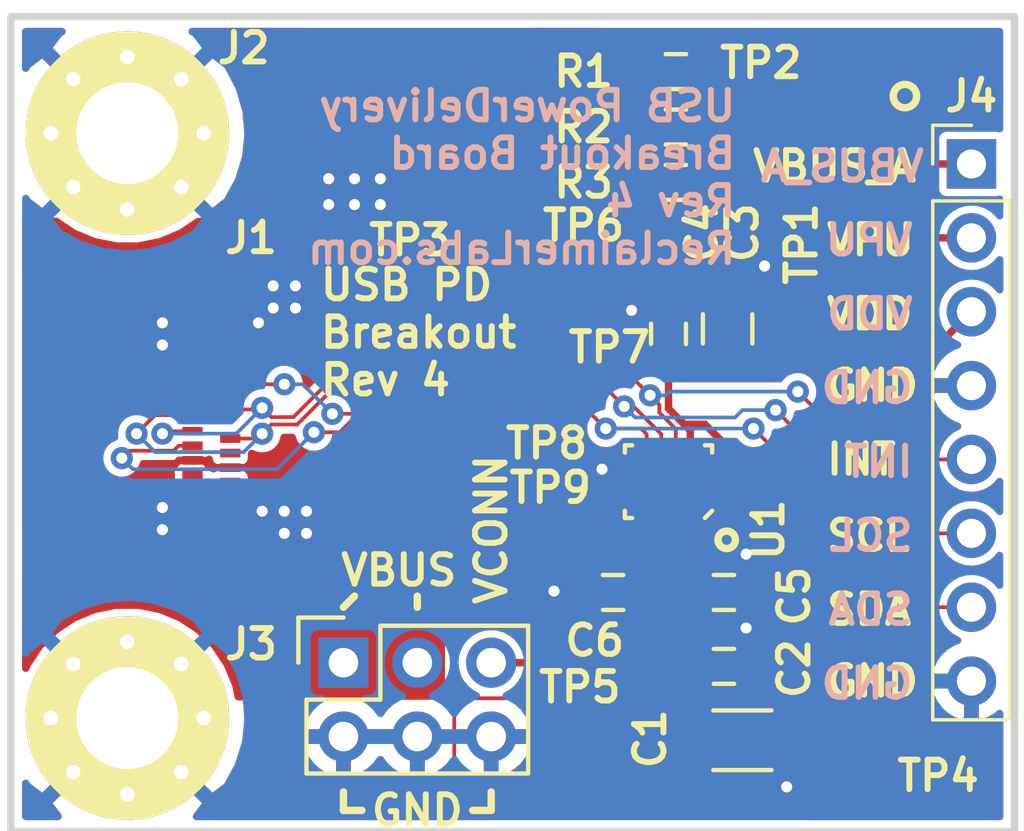
<source format=kicad_pcb>
(kicad_pcb (version 20171130) (host pcbnew "(5.1.6)-1")

  (general
    (thickness 1.6)
    (drawings 34)
    (tracks 314)
    (zones 0)
    (modules 25)
    (nets 27)
  )

  (page A4)
  (layers
    (0 F.Cu signal)
    (31 B.Cu signal)
    (32 B.Adhes user hide)
    (33 F.Adhes user hide)
    (34 B.Paste user hide)
    (35 F.Paste user hide)
    (36 B.SilkS user hide)
    (37 F.SilkS user hide)
    (38 B.Mask user hide)
    (39 F.Mask user hide)
    (40 Dwgs.User user hide)
    (41 Cmts.User user hide)
    (42 Eco1.User user hide)
    (43 Eco2.User user hide)
    (44 Edge.Cuts user hide)
    (45 Margin user hide)
    (46 B.CrtYd user hide)
    (47 F.CrtYd user)
    (48 B.Fab user hide)
    (49 F.Fab user hide)
  )

  (setup
    (last_trace_width 0.127)
    (user_trace_width 0.127)
    (user_trace_width 0.254)
    (user_trace_width 0.635)
    (trace_clearance 0.126746)
    (zone_clearance 0.254)
    (zone_45_only no)
    (trace_min 0.12446)
    (via_size 0.762)
    (via_drill 0.381)
    (via_min_size 0.762)
    (via_min_drill 0.3302)
    (uvia_size 0.3)
    (uvia_drill 0.1)
    (uvias_allowed no)
    (uvia_min_size 0.2)
    (uvia_min_drill 0.1)
    (edge_width 0.254)
    (segment_width 0.254)
    (pcb_text_width 0.2032)
    (pcb_text_size 1.016 1.016)
    (mod_edge_width 0.254)
    (mod_text_size 1.016 1.016)
    (mod_text_width 0.2032)
    (pad_size 0.9 1.6)
    (pad_drill 0)
    (pad_to_mask_clearance 0.2)
    (aux_axis_origin 101.6 101.6)
    (visible_elements 7FF4FFFF)
    (pcbplotparams
      (layerselection 0x00100_7ffffffe)
      (usegerberextensions true)
      (usegerberattributes false)
      (usegerberadvancedattributes false)
      (creategerberjobfile false)
      (excludeedgelayer true)
      (linewidth 0.254000)
      (plotframeref false)
      (viasonmask false)
      (mode 1)
      (useauxorigin false)
      (hpglpennumber 1)
      (hpglpenspeed 20)
      (hpglpendiameter 15.000000)
      (psnegative false)
      (psa4output false)
      (plotreference true)
      (plotvalue false)
      (plotinvisibletext false)
      (padsonsilk false)
      (subtractmaskfromsilk true)
      (outputformat 4)
      (mirror false)
      (drillshape 0)
      (scaleselection 1)
      (outputdirectory "gerber/"))
  )

  (net 0 "")
  (net 1 GND)
  (net 2 "Net-(J1-PadA2)")
  (net 3 "Net-(J1-PadA3)")
  (net 4 "Net-(J1-PadA8)")
  (net 5 "Net-(J1-PadA10)")
  (net 6 "Net-(J1-PadA11)")
  (net 7 "Net-(J1-PadB2)")
  (net 8 "Net-(J1-PadB3)")
  (net 9 "Net-(J1-PadB8)")
  (net 10 "Net-(J1-PadB10)")
  (net 11 "Net-(J1-PadB11)")
  (net 12 /SDA)
  (net 13 /SCL)
  (net 14 /~INT)
  (net 15 VCONN)
  (net 16 VDD)
  (net 17 /USBC_CC2)
  (net 18 /USBC_CC1)
  (net 19 VBUS_C)
  (net 20 "Net-(J1-PadSHLD)")
  (net 21 VBUS_A)
  (net 22 "Net-(J2-Pad4)")
  (net 23 "Net-(J2-Pad6)")
  (net 24 V_PULLUP)
  (net 25 /USB20_D+)
  (net 26 /USB20_D-)

  (net_class Default "This is the default net class."
    (clearance 0.126746)
    (trace_width 0.127)
    (via_dia 0.762)
    (via_drill 0.381)
    (uvia_dia 0.3)
    (uvia_drill 0.1)
    (add_net /SCL)
    (add_net /SDA)
    (add_net /USB20_D+)
    (add_net /USB20_D-)
    (add_net /USBC_CC1)
    (add_net /USBC_CC2)
    (add_net /~INT)
    (add_net GND)
    (add_net "Net-(J1-PadA10)")
    (add_net "Net-(J1-PadA11)")
    (add_net "Net-(J1-PadA2)")
    (add_net "Net-(J1-PadA3)")
    (add_net "Net-(J1-PadA8)")
    (add_net "Net-(J1-PadB10)")
    (add_net "Net-(J1-PadB11)")
    (add_net "Net-(J1-PadB2)")
    (add_net "Net-(J1-PadB3)")
    (add_net "Net-(J1-PadB8)")
    (add_net "Net-(J1-PadSHLD)")
    (add_net "Net-(J2-Pad4)")
    (add_net "Net-(J2-Pad6)")
    (add_net VBUS_A)
    (add_net VBUS_C)
    (add_net VCONN)
    (add_net VDD)
    (add_net V_PULLUP)
  )

  (module Reclaimer_Labs:USB-C_Female_105450-0101 (layer F.Cu) (tedit 58CDA516) (tstamp 58750841)
    (at 105.725 87.6 270)
    (path /569DE3EA)
    (attr smd)
    (fp_text reference J1 (at -6.4 -4.13 180) (layer F.SilkS)
      (effects (font (size 1.016 1.016) (thickness 0.2032)))
    )
    (fp_text value USB-C_Female (at 0 -6 270) (layer F.Fab)
      (effects (font (size 1.016 1.016) (thickness 0.254)))
    )
    (fp_line (start 4.47 4.125) (end -4.47 4.125) (layer F.Fab) (width 0.254))
    (fp_line (start 4.02 3.105) (end 4.02 1.605) (layer Eco1.User) (width 0.254))
    (fp_line (start 4.62 1.605) (end 4.62 3.105) (layer Eco1.User) (width 0.254))
    (fp_line (start -4.02 3.105) (end -4.02 1.605) (layer Eco1.User) (width 0.254))
    (fp_line (start -4.62 1.605) (end -4.62 3.105) (layer Eco1.User) (width 0.254))
    (fp_line (start 4.02 -2.505) (end 4.02 -3.505) (layer Eco1.User) (width 0.254))
    (fp_line (start 4.62 -3.505) (end 4.62 -2.505) (layer Eco1.User) (width 0.254))
    (fp_line (start -4.02 -2.505) (end -4.02 -3.505) (layer Eco1.User) (width 0.254))
    (fp_line (start -4.62 -3.505) (end -4.62 -2.505) (layer Eco1.User) (width 0.254))
    (fp_line (start 4.47 -3.765) (end 4.47 4.305) (layer F.Fab) (width 0.254))
    (fp_line (start -4.47 -3.765) (end 4.47 -3.765) (layer F.Fab) (width 0.254))
    (fp_line (start -4.47 4.305) (end -4.47 -3.765) (layer F.Fab) (width 0.254))
    (fp_line (start 4.47 4.305) (end -4.47 4.305) (layer F.Fab) (width 0.254))
    (fp_line (start 5.25 -4.375) (end 5.25 4.375) (layer F.CrtYd) (width 0.254))
    (fp_line (start -5.25 -4.375) (end 5.25 -4.375) (layer F.CrtYd) (width 0.254))
    (fp_line (start -5.25 4.375) (end -5.25 -4.375) (layer F.CrtYd) (width 0.254))
    (fp_line (start 5.25 4.375) (end -5.25 4.375) (layer F.CrtYd) (width 0.254))
    (fp_arc (start -4.32 -3.505) (end -4.62 -3.505) (angle 180) (layer Eco1.User) (width 0.254))
    (fp_arc (start -4.32 -2.505) (end -4.02 -2.505) (angle 180) (layer Eco1.User) (width 0.254))
    (fp_arc (start 4.32 -3.505) (end 4.02 -3.505) (angle 180) (layer Eco1.User) (width 0.254))
    (fp_arc (start 4.32 -2.505) (end 4.62 -2.505) (angle 180) (layer Eco1.User) (width 0.254))
    (fp_arc (start -4.32 1.605) (end -4.62 1.605) (angle 180) (layer Eco1.User) (width 0.254))
    (fp_arc (start -4.32 3.105) (end -4.02 3.105) (angle 180) (layer Eco1.User) (width 0.254))
    (fp_arc (start 4.32 1.605) (end 4.02 1.605) (angle 180) (layer Eco1.User) (width 0.254))
    (fp_arc (start 4.32 3.105) (end 4.62 3.105) (angle 180) (layer Eco1.User) (width 0.254))
    (pad SHLD smd oval (at 4.32 2.355 270) (size 1.1 2.6) (layers *.Mask F.Cu)
      (net 20 "Net-(J1-PadSHLD)"))
    (pad SHLD smd oval (at -4.32 2.355 270) (size 1.1 2.6) (layers *.Mask F.Cu)
      (net 20 "Net-(J1-PadSHLD)"))
    (pad SHLD smd oval (at 4.32 -3.005 270) (size 1.1 2.1) (layers *.Mask F.Cu)
      (net 20 "Net-(J1-PadSHLD)"))
    (pad SHLD smd oval (at -4.32 -3.005 270) (size 1.1 2.1) (layers *.Mask F.Cu)
      (net 20 "Net-(J1-PadSHLD)"))
    (pad B12 smd rect (at -3.1 -2.115 270) (size 1 0.7) (layers F.Cu F.Paste F.Mask)
      (net 1 GND))
    (pad B11 smd rect (at -2.25 -2.115 270) (size 0.3 0.7) (layers F.Cu F.Paste F.Mask)
      (net 11 "Net-(J1-PadB11)"))
    (pad B10 smd rect (at -1.75 -2.115 270) (size 0.3 0.7) (layers F.Cu F.Paste F.Mask)
      (net 10 "Net-(J1-PadB10)"))
    (pad B9 smd rect (at -1.25 -2.115 270) (size 0.3 0.7) (layers F.Cu F.Paste F.Mask)
      (net 19 VBUS_C))
    (pad B8 smd rect (at -0.75 -2.115 270) (size 0.3 0.7) (layers F.Cu F.Paste F.Mask)
      (net 9 "Net-(J1-PadB8)"))
    (pad B7 smd rect (at -0.25 -2.115 270) (size 0.3 0.7) (layers F.Cu F.Paste F.Mask)
      (net 26 /USB20_D-))
    (pad B6 smd rect (at 0.25 -2.115 270) (size 0.3 0.7) (layers F.Cu F.Paste F.Mask)
      (net 25 /USB20_D+))
    (pad B5 smd rect (at 0.75 -2.115 270) (size 0.3 0.7) (layers F.Cu F.Paste F.Mask)
      (net 17 /USBC_CC2))
    (pad B4 smd rect (at 1.25 -2.115 270) (size 0.3 0.7) (layers F.Cu F.Paste F.Mask)
      (net 19 VBUS_C))
    (pad B3 smd rect (at 1.75 -2.115 270) (size 0.3 0.7) (layers F.Cu F.Paste F.Mask)
      (net 8 "Net-(J1-PadB3)"))
    (pad B2 smd rect (at 2.25 -2.115 270) (size 0.3 0.7) (layers F.Cu F.Paste F.Mask)
      (net 7 "Net-(J1-PadB2)"))
    (pad B1 smd rect (at 3.1 -2.115 270) (size 1 0.7) (layers F.Cu F.Paste F.Mask)
      (net 1 GND))
    (pad A12 smd rect (at 3 -3.415 270) (size 0.3 0.7) (layers F.Cu F.Paste F.Mask)
      (net 1 GND))
    (pad A11 smd rect (at 2.5 -3.415 270) (size 0.3 0.7) (layers F.Cu F.Paste F.Mask)
      (net 6 "Net-(J1-PadA11)"))
    (pad A10 smd rect (at 2 -3.415 270) (size 0.3 0.7) (layers F.Cu F.Paste F.Mask)
      (net 5 "Net-(J1-PadA10)"))
    (pad A9 smd rect (at 1.5 -3.415 270) (size 0.3 0.7) (layers F.Cu F.Paste F.Mask)
      (net 19 VBUS_C))
    (pad A8 smd rect (at 1 -3.415 270) (size 0.3 0.7) (layers F.Cu F.Paste F.Mask)
      (net 4 "Net-(J1-PadA8)"))
    (pad A7 smd rect (at 0.5 -3.415 270) (size 0.3 0.7) (layers F.Cu F.Paste F.Mask)
      (net 26 /USB20_D-))
    (pad A6 smd rect (at -0.5 -3.415 270) (size 0.3 0.7) (layers F.Cu F.Paste F.Mask)
      (net 25 /USB20_D+))
    (pad A5 smd rect (at -1 -3.415 270) (size 0.3 0.7) (layers F.Cu F.Paste F.Mask)
      (net 18 /USBC_CC1))
    (pad A4 smd rect (at -1.5 -3.415 270) (size 0.3 0.7) (layers F.Cu F.Paste F.Mask)
      (net 19 VBUS_C))
    (pad A3 smd rect (at -2 -3.415 270) (size 0.3 0.7) (layers F.Cu F.Paste F.Mask)
      (net 3 "Net-(J1-PadA3)"))
    (pad A2 smd rect (at -2.5 -3.415 270) (size 0.3 0.7) (layers F.Cu F.Paste F.Mask)
      (net 2 "Net-(J1-PadA2)"))
    (pad A1 smd rect (at -3 -3.415 270) (size 0.3 0.7) (layers F.Cu F.Paste F.Mask)
      (net 1 GND))
  )

  (module Reclaimer_Labs:USB_Micro-B_10118193 (layer F.Cu) (tedit 5874A46A) (tstamp 58750860)
    (at 115.57 76 180)
    (descr "Micro USB Type B Receptacle")
    (tags "USB USB_B USB_micro USB_OTG")
    (path /587529EB)
    (attr smd)
    (fp_text reference J2 (at 5.969 1.324 180) (layer F.SilkS)
      (effects (font (size 1.016 1.016) (thickness 0.2032)))
    )
    (fp_text value USB_OTG (at 0 4.8 180) (layer F.Fab)
      (effects (font (size 1 1) (thickness 0.15)))
    )
    (fp_line (start 3.55 0.6) (end 3.55 1.3) (layer Eco1.User) (width 0.254))
    (fp_line (start 3.05 1.3) (end 3.05 0.6) (layer Eco1.User) (width 0.254))
    (fp_line (start -3.55 0.6) (end -3.55 1.3) (layer Eco1.User) (width 0.254))
    (fp_line (start -3.05 1.3) (end -3.05 0.6) (layer Eco1.User) (width 0.254))
    (fp_line (start -3.9 -2.65) (end -3.9 2.4) (layer F.Fab) (width 0.254))
    (fp_line (start 3.9 2.4) (end 3.9 -2.65) (layer F.Fab) (width 0.254))
    (fp_line (start -3.9 -2.65) (end 3.9 -2.65) (layer F.Fab) (width 0.254))
    (fp_line (start -3.9 2.4) (end 3.9 2.4) (layer F.Fab) (width 0.254))
    (fp_line (start -4.5 2.85) (end 4.5 2.85) (layer F.CrtYd) (width 0.254))
    (fp_line (start -4.5 -2.85) (end -4.5 2.85) (layer F.CrtYd) (width 0.254))
    (fp_line (start 4.5 -2.85) (end -4.5 -2.85) (layer F.CrtYd) (width 0.254))
    (fp_line (start 4.5 2.85) (end 4.5 -2.85) (layer F.CrtYd) (width 0.254))
    (fp_arc (start -3.3 0.6) (end -3.55 0.6) (angle 180) (layer Eco1.User) (width 0.254))
    (fp_arc (start -3.3 1.3) (end -3.05 1.3) (angle 180) (layer Eco1.User) (width 0.254))
    (fp_arc (start 3.3 0.6) (end 3.05 0.6) (angle 180) (layer Eco1.User) (width 0.254))
    (fp_arc (start 3.3 1.3) (end 3.55 1.3) (angle 180) (layer Eco1.User) (width 0.254))
    (pad 10 smd oval (at 3.3 0.95 180) (size 0.9 1.6) (layers F.Cu F.Paste F.Mask))
    (pad 9 smd oval (at -3.3 0.95 180) (size 0.9 1.6) (layers F.Cu F.Paste F.Mask))
    (pad 8 smd rect (at 3.2 -1.5 270) (size 1.6 1.4) (layers F.Cu F.Paste F.Mask))
    (pad 7 smd rect (at -3.2 -1.5 270) (size 1.6 1.4) (layers F.Cu F.Paste F.Mask))
    (pad 6 smd rect (at 1.2 0.95 270) (size 1.9 1.9) (layers F.Cu F.Paste F.Mask)
      (net 23 "Net-(J2-Pad6)"))
    (pad 6 smd rect (at -1.2 0.95 270) (size 1.9 1.9) (layers F.Cu F.Paste F.Mask)
      (net 23 "Net-(J2-Pad6)"))
    (pad 5 smd rect (at 1.3 -1.725 270) (size 1.35 0.4) (layers F.Cu F.Paste F.Mask)
      (net 1 GND))
    (pad 4 smd rect (at 0.65 -1.725 270) (size 1.35 0.4) (layers F.Cu F.Paste F.Mask)
      (net 22 "Net-(J2-Pad4)"))
    (pad 3 smd rect (at 0 -1.725 270) (size 1.35 0.4) (layers F.Cu F.Paste F.Mask)
      (net 25 /USB20_D+))
    (pad 2 smd rect (at -0.65 -1.725 270) (size 1.35 0.4) (layers F.Cu F.Paste F.Mask)
      (net 26 /USB20_D-))
    (pad 1 smd rect (at -1.3 -1.725 270) (size 1.35 0.4) (layers F.Cu F.Paste F.Mask)
      (net 21 VBUS_A))
  )

  (module Socket_Strips:Socket_Strip_Straight_2x03 (layer F.Cu) (tedit 54E9F9C7) (tstamp 5875112D)
    (at 113.03 95.805)
    (descr "Through hole socket strip")
    (tags "socket strip")
    (path /587535DA)
    (fp_text reference J3 (at -3.175 -0.635 180) (layer F.SilkS)
      (effects (font (size 1.016 1.016) (thickness 0.2032)))
    )
    (fp_text value CONN_02X03 (at 0 -3.1 180) (layer F.Fab)
      (effects (font (size 1 1) (thickness 0.15)))
    )
    (fp_line (start 1.27 3.81) (end -1.27 3.81) (layer F.SilkS) (width 0.15))
    (fp_line (start -1.27 3.81) (end -1.27 1.27) (layer F.SilkS) (width 0.15))
    (fp_line (start -1.55 -1.55) (end -1.55 0) (layer F.SilkS) (width 0.15))
    (fp_line (start 6.35 3.81) (end 1.27 3.81) (layer F.SilkS) (width 0.15))
    (fp_line (start 6.35 -1.27) (end 6.35 3.81) (layer F.SilkS) (width 0.15))
    (fp_line (start 1.27 1.27) (end 1.27 -1.27) (layer F.SilkS) (width 0.15))
    (fp_line (start -1.27 1.27) (end 1.27 1.27) (layer F.SilkS) (width 0.15))
    (fp_line (start -1.75 4.3) (end 6.85 4.3) (layer F.CrtYd) (width 0.05))
    (fp_line (start -1.75 -1.75) (end 6.85 -1.75) (layer F.CrtYd) (width 0.05))
    (fp_line (start 6.85 -1.75) (end 6.85 4.3) (layer F.CrtYd) (width 0.05))
    (fp_line (start -1.75 -1.75) (end -1.75 4.3) (layer F.CrtYd) (width 0.05))
    (fp_line (start -1.55 -1.55) (end 0 -1.55) (layer F.SilkS) (width 0.15))
    (fp_line (start 6.35 -1.27) (end 1.27 -1.27) (layer F.SilkS) (width 0.15))
    (pad 1 thru_hole rect (at 0 0) (size 1.7272 1.7272) (drill 1.016) (layers *.Cu *.Mask)
      (net 19 VBUS_C))
    (pad 2 thru_hole oval (at 0 2.54) (size 1.7272 1.7272) (drill 1.016) (layers *.Cu *.Mask)
      (net 1 GND))
    (pad 3 thru_hole oval (at 2.54 0) (size 1.7272 1.7272) (drill 1.016) (layers *.Cu *.Mask)
      (net 19 VBUS_C))
    (pad 4 thru_hole oval (at 2.54 2.54) (size 1.7272 1.7272) (drill 1.016) (layers *.Cu *.Mask)
      (net 1 GND))
    (pad 5 thru_hole oval (at 5.08 0) (size 1.7272 1.7272) (drill 1.016) (layers *.Cu *.Mask)
      (net 15 VCONN))
    (pad 6 thru_hole oval (at 5.08 2.54) (size 1.7272 1.7272) (drill 1.016) (layers *.Cu *.Mask)
      (net 1 GND))
    (model Socket_Strips.3dshapes/Socket_Strip_Straight_2x03.wrl
      (offset (xyz 2.539999961853027 -1.269999980926514 0))
      (scale (xyz 1 1 1))
      (rotate (xyz 0 0 180))
    )
  )

  (module Capacitors_SMD:C_1206 (layer F.Cu) (tedit 5415D7BD) (tstamp 587507EA)
    (at 126.746 98.472)
    (descr "Capacitor SMD 1206, reflow soldering, AVX (see smccp.pdf)")
    (tags "capacitor 1206")
    (path /569DEEF3)
    (attr smd)
    (fp_text reference C1 (at -3.175 -0.047 90) (layer F.SilkS)
      (effects (font (size 1.016 1.016) (thickness 0.2032)))
    )
    (fp_text value 10uF (at 0 2.3 180) (layer F.Fab)
      (effects (font (size 1 1) (thickness 0.15)))
    )
    (fp_line (start -1 1.025) (end 1 1.025) (layer F.SilkS) (width 0.15))
    (fp_line (start 1 -1.025) (end -1 -1.025) (layer F.SilkS) (width 0.15))
    (fp_line (start 2.3 -1.15) (end 2.3 1.15) (layer F.CrtYd) (width 0.05))
    (fp_line (start -2.3 -1.15) (end -2.3 1.15) (layer F.CrtYd) (width 0.05))
    (fp_line (start -2.3 1.15) (end 2.3 1.15) (layer F.CrtYd) (width 0.05))
    (fp_line (start -2.3 -1.15) (end 2.3 -1.15) (layer F.CrtYd) (width 0.05))
    (fp_line (start -1.6 -0.8) (end 1.6 -0.8) (layer F.Fab) (width 0.15))
    (fp_line (start 1.6 -0.8) (end 1.6 0.8) (layer F.Fab) (width 0.15))
    (fp_line (start 1.6 0.8) (end -1.6 0.8) (layer F.Fab) (width 0.15))
    (fp_line (start -1.6 0.8) (end -1.6 -0.8) (layer F.Fab) (width 0.15))
    (pad 1 smd rect (at -1.5 0) (size 1 1.6) (layers F.Cu F.Paste F.Mask)
      (net 15 VCONN))
    (pad 2 smd rect (at 1.5 0) (size 1 1.6) (layers F.Cu F.Paste F.Mask)
      (net 1 GND))
    (model Capacitors_SMD.3dshapes/C_1206.wrl
      (at (xyz 0 0 0))
      (scale (xyz 1 1 1))
      (rotate (xyz 0 0 0))
    )
  )

  (module Capacitors_SMD:C_0603 (layer F.Cu) (tedit 5415D631) (tstamp 587507F0)
    (at 126.111 95.932)
    (descr "Capacitor SMD 0603, reflow soldering, AVX (see smccp.pdf)")
    (tags "capacitor 0603")
    (path /569DEEC4)
    (attr smd)
    (fp_text reference C2 (at 2.413 0.08 90) (layer F.SilkS)
      (effects (font (size 1.016 1.016) (thickness 0.2032)))
    )
    (fp_text value 0.1uF (at 0 1.9 180) (layer F.Fab)
      (effects (font (size 1 1) (thickness 0.15)))
    )
    (fp_line (start 0.35 0.6) (end -0.35 0.6) (layer F.SilkS) (width 0.15))
    (fp_line (start -0.35 -0.6) (end 0.35 -0.6) (layer F.SilkS) (width 0.15))
    (fp_line (start 1.45 -0.75) (end 1.45 0.75) (layer F.CrtYd) (width 0.05))
    (fp_line (start -1.45 -0.75) (end -1.45 0.75) (layer F.CrtYd) (width 0.05))
    (fp_line (start -1.45 0.75) (end 1.45 0.75) (layer F.CrtYd) (width 0.05))
    (fp_line (start -1.45 -0.75) (end 1.45 -0.75) (layer F.CrtYd) (width 0.05))
    (fp_line (start -0.8 -0.4) (end 0.8 -0.4) (layer F.Fab) (width 0.15))
    (fp_line (start 0.8 -0.4) (end 0.8 0.4) (layer F.Fab) (width 0.15))
    (fp_line (start 0.8 0.4) (end -0.8 0.4) (layer F.Fab) (width 0.15))
    (fp_line (start -0.8 0.4) (end -0.8 -0.4) (layer F.Fab) (width 0.15))
    (pad 1 smd rect (at -0.75 0) (size 0.8 0.75) (layers F.Cu F.Paste F.Mask)
      (net 15 VCONN))
    (pad 2 smd rect (at 0.75 0) (size 0.8 0.75) (layers F.Cu F.Paste F.Mask)
      (net 1 GND))
    (model Capacitors_SMD.3dshapes/C_0603.wrl
      (at (xyz 0 0 0))
      (scale (xyz 1 1 1))
      (rotate (xyz 0 0 0))
    )
  )

  (module Capacitors_SMD:C_0805 (layer F.Cu) (tedit 5415D6EA) (tstamp 587507F6)
    (at 126.238 84.328 90)
    (descr "Capacitor SMD 0805, reflow soldering, AVX (see smccp.pdf)")
    (tags "capacitor 0805")
    (path /569DEE97)
    (attr smd)
    (fp_text reference C3 (at 3.302 0.508 90) (layer F.SilkS)
      (effects (font (size 1.016 1.016) (thickness 0.2032)))
    )
    (fp_text value 1uF (at 0 2.1 90) (layer F.Fab)
      (effects (font (size 1 1) (thickness 0.15)))
    )
    (fp_line (start -0.5 0.85) (end 0.5 0.85) (layer F.SilkS) (width 0.15))
    (fp_line (start 0.5 -0.85) (end -0.5 -0.85) (layer F.SilkS) (width 0.15))
    (fp_line (start 1.8 -1) (end 1.8 1) (layer F.CrtYd) (width 0.05))
    (fp_line (start -1.8 -1) (end -1.8 1) (layer F.CrtYd) (width 0.05))
    (fp_line (start -1.8 1) (end 1.8 1) (layer F.CrtYd) (width 0.05))
    (fp_line (start -1.8 -1) (end 1.8 -1) (layer F.CrtYd) (width 0.05))
    (fp_line (start -1 -0.625) (end 1 -0.625) (layer F.Fab) (width 0.15))
    (fp_line (start 1 -0.625) (end 1 0.625) (layer F.Fab) (width 0.15))
    (fp_line (start 1 0.625) (end -1 0.625) (layer F.Fab) (width 0.15))
    (fp_line (start -1 0.625) (end -1 -0.625) (layer F.Fab) (width 0.15))
    (pad 1 smd rect (at -1 0 90) (size 1 1.25) (layers F.Cu F.Paste F.Mask)
      (net 16 VDD))
    (pad 2 smd rect (at 1 0 90) (size 1 1.25) (layers F.Cu F.Paste F.Mask)
      (net 1 GND))
    (model Capacitors_SMD.3dshapes/C_0805.wrl
      (at (xyz 0 0 0))
      (scale (xyz 1 1 1))
      (rotate (xyz 0 0 0))
    )
  )

  (module Capacitors_SMD:C_0603 (layer F.Cu) (tedit 5415D631) (tstamp 587507FC)
    (at 124.206 84.502 90)
    (descr "Capacitor SMD 0603, reflow soldering, AVX (see smccp.pdf)")
    (tags "capacitor 0603")
    (path /569E585B)
    (attr smd)
    (fp_text reference C4 (at 3.476 1.143 90) (layer F.SilkS)
      (effects (font (size 1.016 1.016) (thickness 0.2032)))
    )
    (fp_text value 0.1uF (at 0 1.9 90) (layer F.Fab)
      (effects (font (size 1 1) (thickness 0.15)))
    )
    (fp_line (start 0.35 0.6) (end -0.35 0.6) (layer F.SilkS) (width 0.15))
    (fp_line (start -0.35 -0.6) (end 0.35 -0.6) (layer F.SilkS) (width 0.15))
    (fp_line (start 1.45 -0.75) (end 1.45 0.75) (layer F.CrtYd) (width 0.05))
    (fp_line (start -1.45 -0.75) (end -1.45 0.75) (layer F.CrtYd) (width 0.05))
    (fp_line (start -1.45 0.75) (end 1.45 0.75) (layer F.CrtYd) (width 0.05))
    (fp_line (start -1.45 -0.75) (end 1.45 -0.75) (layer F.CrtYd) (width 0.05))
    (fp_line (start -0.8 -0.4) (end 0.8 -0.4) (layer F.Fab) (width 0.15))
    (fp_line (start 0.8 -0.4) (end 0.8 0.4) (layer F.Fab) (width 0.15))
    (fp_line (start 0.8 0.4) (end -0.8 0.4) (layer F.Fab) (width 0.15))
    (fp_line (start -0.8 0.4) (end -0.8 -0.4) (layer F.Fab) (width 0.15))
    (pad 1 smd rect (at -0.75 0 90) (size 0.8 0.75) (layers F.Cu F.Paste F.Mask)
      (net 16 VDD))
    (pad 2 smd rect (at 0.75 0 90) (size 0.8 0.75) (layers F.Cu F.Paste F.Mask)
      (net 1 GND))
    (model Capacitors_SMD.3dshapes/C_0603.wrl
      (at (xyz 0 0 0))
      (scale (xyz 1 1 1))
      (rotate (xyz 0 0 0))
    )
  )

  (module Capacitors_SMD:C_0603 (layer F.Cu) (tedit 5415D631) (tstamp 58750802)
    (at 126.111 93.392)
    (descr "Capacitor SMD 0603, reflow soldering, AVX (see smccp.pdf)")
    (tags "capacitor 0603")
    (path /569DEE45)
    (attr smd)
    (fp_text reference C5 (at 2.413 0.127 90) (layer F.SilkS)
      (effects (font (size 1.016 1.016) (thickness 0.2032)))
    )
    (fp_text value 470pF (at 0 1.9 180) (layer F.Fab)
      (effects (font (size 1 1) (thickness 0.15)))
    )
    (fp_line (start 0.35 0.6) (end -0.35 0.6) (layer F.SilkS) (width 0.15))
    (fp_line (start -0.35 -0.6) (end 0.35 -0.6) (layer F.SilkS) (width 0.15))
    (fp_line (start 1.45 -0.75) (end 1.45 0.75) (layer F.CrtYd) (width 0.05))
    (fp_line (start -1.45 -0.75) (end -1.45 0.75) (layer F.CrtYd) (width 0.05))
    (fp_line (start -1.45 0.75) (end 1.45 0.75) (layer F.CrtYd) (width 0.05))
    (fp_line (start -1.45 -0.75) (end 1.45 -0.75) (layer F.CrtYd) (width 0.05))
    (fp_line (start -0.8 -0.4) (end 0.8 -0.4) (layer F.Fab) (width 0.15))
    (fp_line (start 0.8 -0.4) (end 0.8 0.4) (layer F.Fab) (width 0.15))
    (fp_line (start 0.8 0.4) (end -0.8 0.4) (layer F.Fab) (width 0.15))
    (fp_line (start -0.8 0.4) (end -0.8 -0.4) (layer F.Fab) (width 0.15))
    (pad 1 smd rect (at -0.75 0) (size 0.8 0.75) (layers F.Cu F.Paste F.Mask)
      (net 17 /USBC_CC2))
    (pad 2 smd rect (at 0.75 0) (size 0.8 0.75) (layers F.Cu F.Paste F.Mask)
      (net 1 GND))
    (model Capacitors_SMD.3dshapes/C_0603.wrl
      (at (xyz 0 0 0))
      (scale (xyz 1 1 1))
      (rotate (xyz 0 0 0))
    )
  )

  (module Capacitors_SMD:C_0603 (layer F.Cu) (tedit 5875FC0C) (tstamp 5CF0DD62)
    (at 122.301 93.392 180)
    (descr "Capacitor SMD 0603, reflow soldering, AVX (see smccp.pdf)")
    (tags "capacitor 0603")
    (path /569E6069)
    (attr smd)
    (fp_text reference C6 (at 0.635 -1.651) (layer F.SilkS)
      (effects (font (size 1.016 1.016) (thickness 0.2032)))
    )
    (fp_text value 470pF (at 0 1.9) (layer F.Fab)
      (effects (font (size 1 1) (thickness 0.15)))
    )
    (fp_line (start 0.35 0.6) (end -0.35 0.6) (layer F.SilkS) (width 0.15))
    (fp_line (start -0.35 -0.6) (end 0.35 -0.6) (layer F.SilkS) (width 0.15))
    (fp_line (start 1.45 -0.75) (end 1.45 0.75) (layer F.CrtYd) (width 0.05))
    (fp_line (start -1.45 -0.75) (end -1.45 0.75) (layer F.CrtYd) (width 0.05))
    (fp_line (start -1.45 0.75) (end 1.45 0.75) (layer F.CrtYd) (width 0.05))
    (fp_line (start -1.45 -0.75) (end 1.45 -0.75) (layer F.CrtYd) (width 0.05))
    (fp_line (start -0.8 -0.4) (end 0.8 -0.4) (layer F.Fab) (width 0.15))
    (fp_line (start 0.8 -0.4) (end 0.8 0.4) (layer F.Fab) (width 0.15))
    (fp_line (start 0.8 0.4) (end -0.8 0.4) (layer F.Fab) (width 0.15))
    (fp_line (start -0.8 0.4) (end -0.8 -0.4) (layer F.Fab) (width 0.15))
    (pad 1 smd rect (at -0.75 0 180) (size 0.8 0.75) (layers F.Cu F.Paste F.Mask)
      (net 18 /USBC_CC1))
    (pad 2 smd rect (at 0.75 0 180) (size 0.8 0.75) (layers F.Cu F.Paste F.Mask)
      (net 1 GND))
    (model Capacitors_SMD.3dshapes/C_0603.wrl
      (at (xyz 0 0 0))
      (scale (xyz 1 1 1))
      (rotate (xyz 0 0 0))
    )
  )

  (module Capacitors_SMD:C_0603 (layer F.Cu) (tedit 5415D631) (tstamp 58750884)
    (at 124.46 75.485 180)
    (descr "Capacitor SMD 0603, reflow soldering, AVX (see smccp.pdf)")
    (tags "capacitor 0603")
    (path /569DEACE)
    (attr smd)
    (fp_text reference R1 (at 3.175 0 180) (layer F.SilkS)
      (effects (font (size 1.016 1.016) (thickness 0.2032)))
    )
    (fp_text value 4.7k (at 0 1.9 180) (layer F.Fab)
      (effects (font (size 1 1) (thickness 0.15)))
    )
    (fp_line (start 0.35 0.6) (end -0.35 0.6) (layer F.SilkS) (width 0.15))
    (fp_line (start -0.35 -0.6) (end 0.35 -0.6) (layer F.SilkS) (width 0.15))
    (fp_line (start 1.45 -0.75) (end 1.45 0.75) (layer F.CrtYd) (width 0.05))
    (fp_line (start -1.45 -0.75) (end -1.45 0.75) (layer F.CrtYd) (width 0.05))
    (fp_line (start -1.45 0.75) (end 1.45 0.75) (layer F.CrtYd) (width 0.05))
    (fp_line (start -1.45 -0.75) (end 1.45 -0.75) (layer F.CrtYd) (width 0.05))
    (fp_line (start -0.8 -0.4) (end 0.8 -0.4) (layer F.Fab) (width 0.15))
    (fp_line (start 0.8 -0.4) (end 0.8 0.4) (layer F.Fab) (width 0.15))
    (fp_line (start 0.8 0.4) (end -0.8 0.4) (layer F.Fab) (width 0.15))
    (fp_line (start -0.8 0.4) (end -0.8 -0.4) (layer F.Fab) (width 0.15))
    (pad 1 smd rect (at -0.75 0 180) (size 0.8 0.75) (layers F.Cu F.Paste F.Mask)
      (net 24 V_PULLUP))
    (pad 2 smd rect (at 0.75 0 180) (size 0.8 0.75) (layers F.Cu F.Paste F.Mask)
      (net 12 /SDA))
    (model Capacitors_SMD.3dshapes/C_0603.wrl
      (at (xyz 0 0 0))
      (scale (xyz 1 1 1))
      (rotate (xyz 0 0 0))
    )
  )

  (module Capacitors_SMD:C_0603 (layer F.Cu) (tedit 5415D631) (tstamp 5875088A)
    (at 124.46 77.39 180)
    (descr "Capacitor SMD 0603, reflow soldering, AVX (see smccp.pdf)")
    (tags "capacitor 0603")
    (path /569E63F6)
    (attr smd)
    (fp_text reference R2 (at 3.175 0 180) (layer F.SilkS)
      (effects (font (size 1.016 1.016) (thickness 0.2032)))
    )
    (fp_text value 4.7k (at 0 1.9 180) (layer F.Fab)
      (effects (font (size 1 1) (thickness 0.15)))
    )
    (fp_line (start 0.35 0.6) (end -0.35 0.6) (layer F.SilkS) (width 0.15))
    (fp_line (start -0.35 -0.6) (end 0.35 -0.6) (layer F.SilkS) (width 0.15))
    (fp_line (start 1.45 -0.75) (end 1.45 0.75) (layer F.CrtYd) (width 0.05))
    (fp_line (start -1.45 -0.75) (end -1.45 0.75) (layer F.CrtYd) (width 0.05))
    (fp_line (start -1.45 0.75) (end 1.45 0.75) (layer F.CrtYd) (width 0.05))
    (fp_line (start -1.45 -0.75) (end 1.45 -0.75) (layer F.CrtYd) (width 0.05))
    (fp_line (start -0.8 -0.4) (end 0.8 -0.4) (layer F.Fab) (width 0.15))
    (fp_line (start 0.8 -0.4) (end 0.8 0.4) (layer F.Fab) (width 0.15))
    (fp_line (start 0.8 0.4) (end -0.8 0.4) (layer F.Fab) (width 0.15))
    (fp_line (start -0.8 0.4) (end -0.8 -0.4) (layer F.Fab) (width 0.15))
    (pad 1 smd rect (at -0.75 0 180) (size 0.8 0.75) (layers F.Cu F.Paste F.Mask)
      (net 24 V_PULLUP))
    (pad 2 smd rect (at 0.75 0 180) (size 0.8 0.75) (layers F.Cu F.Paste F.Mask)
      (net 13 /SCL))
    (model Capacitors_SMD.3dshapes/C_0603.wrl
      (at (xyz 0 0 0))
      (scale (xyz 1 1 1))
      (rotate (xyz 0 0 0))
    )
  )

  (module Capacitors_SMD:C_0603 (layer F.Cu) (tedit 5415D631) (tstamp 58750890)
    (at 124.46 79.295 180)
    (descr "Capacitor SMD 0603, reflow soldering, AVX (see smccp.pdf)")
    (tags "capacitor 0603")
    (path /569E6456)
    (attr smd)
    (fp_text reference R3 (at 3.175 0 180) (layer F.SilkS)
      (effects (font (size 1.016 1.016) (thickness 0.2032)))
    )
    (fp_text value 4.7k (at 0 1.9 180) (layer F.Fab)
      (effects (font (size 1 1) (thickness 0.15)))
    )
    (fp_line (start 0.35 0.6) (end -0.35 0.6) (layer F.SilkS) (width 0.15))
    (fp_line (start -0.35 -0.6) (end 0.35 -0.6) (layer F.SilkS) (width 0.15))
    (fp_line (start 1.45 -0.75) (end 1.45 0.75) (layer F.CrtYd) (width 0.05))
    (fp_line (start -1.45 -0.75) (end -1.45 0.75) (layer F.CrtYd) (width 0.05))
    (fp_line (start -1.45 0.75) (end 1.45 0.75) (layer F.CrtYd) (width 0.05))
    (fp_line (start -1.45 -0.75) (end 1.45 -0.75) (layer F.CrtYd) (width 0.05))
    (fp_line (start -0.8 -0.4) (end 0.8 -0.4) (layer F.Fab) (width 0.15))
    (fp_line (start 0.8 -0.4) (end 0.8 0.4) (layer F.Fab) (width 0.15))
    (fp_line (start 0.8 0.4) (end -0.8 0.4) (layer F.Fab) (width 0.15))
    (fp_line (start -0.8 0.4) (end -0.8 -0.4) (layer F.Fab) (width 0.15))
    (pad 1 smd rect (at -0.75 0 180) (size 0.8 0.75) (layers F.Cu F.Paste F.Mask)
      (net 24 V_PULLUP))
    (pad 2 smd rect (at 0.75 0 180) (size 0.8 0.75) (layers F.Cu F.Paste F.Mask)
      (net 14 /~INT))
    (model Capacitors_SMD.3dshapes/C_0603.wrl
      (at (xyz 0 0 0))
      (scale (xyz 1 1 1))
      (rotate (xyz 0 0 0))
    )
  )

  (module Reclaimer_Labs:MLP_14 (layer F.Cu) (tedit 5874A6D3) (tstamp 587508AE)
    (at 124.206 89.582 180)
    (path /569EFB49)
    (attr smd)
    (fp_text reference U1 (at -3.429 -1.651 270) (layer F.SilkS)
      (effects (font (size 1.016 1.016) (thickness 0.2032)))
    )
    (fp_text value FUSB302BMPX (at 0 2.705) (layer F.Fab)
      (effects (font (size 1.2 1.2) (thickness 0.15)))
    )
    (fp_line (start -2.54 2.54) (end -2.54 -2.54) (layer F.CrtYd) (width 0.15))
    (fp_line (start 2.54 2.54) (end -2.54 2.54) (layer F.CrtYd) (width 0.15))
    (fp_line (start 2.54 -2.54) (end 2.54 2.54) (layer F.CrtYd) (width 0.15))
    (fp_line (start -2.54 -2.54) (end 2.54 -2.54) (layer F.CrtYd) (width 0.15))
    (fp_line (start 1.5 1.25) (end 1.5 1) (layer F.SilkS) (width 0.15))
    (fp_line (start 1.25 1.25) (end 1.5 1.25) (layer F.SilkS) (width 0.15))
    (fp_line (start -1.5 1.25) (end -1.5 1) (layer F.SilkS) (width 0.15))
    (fp_line (start -1.25 1.25) (end -1.5 1.25) (layer F.SilkS) (width 0.15))
    (fp_line (start 1.5 -1.25) (end 1.5 -1) (layer F.SilkS) (width 0.15))
    (fp_line (start 1.25 -1.25) (end 1.5 -1.25) (layer F.SilkS) (width 0.15))
    (fp_line (start -1.5 -1) (end -1.25 -1.25) (layer F.SilkS) (width 0.15))
    (fp_circle (center -2 -2) (end -1.7 -2) (layer F.SilkS) (width 0.254))
    (pad 1 smd rect (at -1.215 -0.5 270) (size 0.3 0.58) (layers F.Cu F.Paste F.Mask)
      (net 17 /USBC_CC2))
    (pad 2 smd rect (at -1.215 0 270) (size 0.3 0.58) (layers F.Cu F.Paste F.Mask)
      (net 19 VBUS_C))
    (pad 3 smd rect (at -1.215 0.5 270) (size 0.3 0.58) (layers F.Cu F.Paste F.Mask)
      (net 16 VDD))
    (pad 5 smd rect (at -0.25 1.215 180) (size 0.3 0.58) (layers F.Cu F.Paste F.Mask)
      (net 14 /~INT))
    (pad 6 smd rect (at 0.25 1.215 180) (size 0.3 0.58) (layers F.Cu F.Paste F.Mask)
      (net 13 /SCL))
    (pad 7 smd rect (at 0.75 1.215 180) (size 0.3 0.58) (layers F.Cu F.Paste F.Mask)
      (net 12 /SDA))
    (pad 8 smd rect (at 1.215 0.5 270) (size 0.3 0.58) (layers F.Cu F.Paste F.Mask)
      (net 1 GND))
    (pad 9 smd rect (at 1.215 0 270) (size 0.3 0.58) (layers F.Cu F.Paste F.Mask)
      (net 1 GND))
    (pad 10 smd rect (at 1.215 -0.5 270) (size 0.3 0.58) (layers F.Cu F.Paste F.Mask)
      (net 18 /USBC_CC1))
    (pad 11 smd rect (at 0.75 -1.215 180) (size 0.3 0.58) (layers F.Cu F.Paste F.Mask)
      (net 18 /USBC_CC1))
    (pad 13 smd rect (at -0.25 -1.215 180) (size 0.3 0.58) (layers F.Cu F.Paste F.Mask)
      (net 15 VCONN))
    (pad 14 smd rect (at -0.75 -1.215 180) (size 0.3 0.58) (layers F.Cu F.Paste F.Mask)
      (net 17 /USBC_CC2))
    (pad 12 smd rect (at 0.25 -1.215 180) (size 0.3 0.58) (layers F.Cu F.Paste F.Mask)
      (net 15 VCONN))
    (pad 4 smd rect (at -0.75 1.215 180) (size 0.3 0.58) (layers F.Cu F.Paste F.Mask)
      (net 16 VDD))
    (pad 15 smd rect (at 0 0 270) (size 1.45 1.45) (layers F.Cu F.Paste F.Mask)
      (net 1 GND))
  )

  (module Reclaimer_Labs:MountingHole_3.5mm_Pad_Via (layer F.Cu) (tedit 57061268) (tstamp 587520AC)
    (at 105.6 97.71)
    (descr "Mounting Hole 3.5mm")
    (tags "mounting hole 3.5mm")
    (path /5875D825)
    (fp_text reference X1 (at 0 -4.5) (layer F.SilkS) hide
      (effects (font (size 1.016 1.016) (thickness 0.2032)))
    )
    (fp_text value MTHOLE (at 0 4.5) (layer F.Fab)
      (effects (font (size 1 1) (thickness 0.15)))
    )
    (fp_circle (center 0 0) (end 3.75 0) (layer F.CrtYd) (width 0.05))
    (fp_circle (center 0 0) (end 3.5 0) (layer Cmts.User) (width 0.15))
    (pad 1 thru_hole circle (at 0 0) (size 7 7) (drill 3.5) (layers *.Cu *.Mask F.SilkS)
      (net 1 GND))
    (pad 1 thru_hole circle (at 2.625 0) (size 0.6 0.6) (drill 0.5) (layers *.Cu *.Mask)
      (net 1 GND))
    (pad 1 thru_hole circle (at 1.856155 1.856155) (size 0.6 0.6) (drill 0.5) (layers *.Cu *.Mask)
      (net 1 GND))
    (pad 1 thru_hole circle (at 0 2.625) (size 0.6 0.6) (drill 0.5) (layers *.Cu *.Mask)
      (net 1 GND))
    (pad 1 thru_hole circle (at -1.856155 1.856155) (size 0.6 0.6) (drill 0.5) (layers *.Cu *.Mask)
      (net 1 GND))
    (pad 1 thru_hole circle (at -2.625 0) (size 0.6 0.6) (drill 0.5) (layers *.Cu *.Mask)
      (net 1 GND))
    (pad 1 thru_hole circle (at -1.856155 -1.856155) (size 0.6 0.6) (drill 0.5) (layers *.Cu *.Mask)
      (net 1 GND))
    (pad 1 thru_hole circle (at 0 -2.625) (size 0.6 0.6) (drill 0.5) (layers *.Cu *.Mask)
      (net 1 GND))
    (pad 1 thru_hole circle (at 1.856155 -1.856155) (size 0.6 0.6) (drill 0.5) (layers *.Cu *.Mask)
      (net 1 GND))
  )

  (module Reclaimer_Labs:MountingHole_3.5mm_Pad_Via (layer F.Cu) (tedit 57061268) (tstamp 587520BB)
    (at 105.6 77.6)
    (descr "Mounting Hole 3.5mm")
    (tags "mounting hole 3.5mm")
    (path /5875D8AC)
    (fp_text reference X2 (at 0 -4.5) (layer F.SilkS) hide
      (effects (font (size 1.016 1.016) (thickness 0.2032)))
    )
    (fp_text value MTHOLE (at 0 4.5) (layer F.Fab)
      (effects (font (size 1 1) (thickness 0.15)))
    )
    (fp_circle (center 0 0) (end 3.75 0) (layer F.CrtYd) (width 0.05))
    (fp_circle (center 0 0) (end 3.5 0) (layer Cmts.User) (width 0.15))
    (pad 1 thru_hole circle (at 0 0) (size 7 7) (drill 3.5) (layers *.Cu *.Mask F.SilkS)
      (net 1 GND))
    (pad 1 thru_hole circle (at 2.625 0) (size 0.6 0.6) (drill 0.5) (layers *.Cu *.Mask)
      (net 1 GND))
    (pad 1 thru_hole circle (at 1.856155 1.856155) (size 0.6 0.6) (drill 0.5) (layers *.Cu *.Mask)
      (net 1 GND))
    (pad 1 thru_hole circle (at 0 2.625) (size 0.6 0.6) (drill 0.5) (layers *.Cu *.Mask)
      (net 1 GND))
    (pad 1 thru_hole circle (at -1.856155 1.856155) (size 0.6 0.6) (drill 0.5) (layers *.Cu *.Mask)
      (net 1 GND))
    (pad 1 thru_hole circle (at -2.625 0) (size 0.6 0.6) (drill 0.5) (layers *.Cu *.Mask)
      (net 1 GND))
    (pad 1 thru_hole circle (at -1.856155 -1.856155) (size 0.6 0.6) (drill 0.5) (layers *.Cu *.Mask)
      (net 1 GND))
    (pad 1 thru_hole circle (at 0 -2.625) (size 0.6 0.6) (drill 0.5) (layers *.Cu *.Mask)
      (net 1 GND))
    (pad 1 thru_hole circle (at 1.856155 -1.856155) (size 0.6 0.6) (drill 0.5) (layers *.Cu *.Mask)
      (net 1 GND))
  )

  (module Socket_Strips:Socket_Strip_Straight_1x08_Pitch2.54mm (layer F.Cu) (tedit 58CD5446) (tstamp 5CF0C05E)
    (at 134.62 78.66)
    (descr "Through hole straight socket strip, 1x08, 2.54mm pitch, single row")
    (tags "Through hole socket strip THT 1x08 2.54mm single row")
    (path /5CF3DEF9)
    (fp_text reference J4 (at 0 -2.33) (layer F.SilkS)
      (effects (font (size 1.016 1.016) (thickness 0.2032)))
    )
    (fp_text value Conn_01x08_Male (at 0 20.11) (layer F.Fab)
      (effects (font (size 1 1) (thickness 0.15)))
    )
    (fp_line (start -1.27 -1.27) (end -1.27 19.05) (layer F.Fab) (width 0.1))
    (fp_line (start -1.27 19.05) (end 1.27 19.05) (layer F.Fab) (width 0.1))
    (fp_line (start 1.27 19.05) (end 1.27 -1.27) (layer F.Fab) (width 0.1))
    (fp_line (start 1.27 -1.27) (end -1.27 -1.27) (layer F.Fab) (width 0.1))
    (fp_line (start -1.33 1.27) (end -1.33 19.11) (layer F.SilkS) (width 0.12))
    (fp_line (start -1.33 19.11) (end 1.33 19.11) (layer F.SilkS) (width 0.12))
    (fp_line (start 1.33 19.11) (end 1.33 1.27) (layer F.SilkS) (width 0.12))
    (fp_line (start 1.33 1.27) (end -1.33 1.27) (layer F.SilkS) (width 0.12))
    (fp_line (start -1.33 0) (end -1.33 -1.33) (layer F.SilkS) (width 0.12))
    (fp_line (start -1.33 -1.33) (end 0 -1.33) (layer F.SilkS) (width 0.12))
    (fp_line (start -1.8 -1.8) (end -1.8 19.55) (layer F.CrtYd) (width 0.05))
    (fp_line (start -1.8 19.55) (end 1.8 19.55) (layer F.CrtYd) (width 0.05))
    (fp_line (start 1.8 19.55) (end 1.8 -1.8) (layer F.CrtYd) (width 0.05))
    (fp_line (start 1.8 -1.8) (end -1.8 -1.8) (layer F.CrtYd) (width 0.05))
    (fp_text user %R (at 0 -2.33) (layer F.Fab)
      (effects (font (size 1 1) (thickness 0.15)))
    )
    (pad 8 thru_hole oval (at 0 17.78) (size 1.7 1.7) (drill 1) (layers *.Cu *.Mask)
      (net 1 GND))
    (pad 7 thru_hole oval (at 0 15.24) (size 1.7 1.7) (drill 1) (layers *.Cu *.Mask)
      (net 12 /SDA))
    (pad 6 thru_hole oval (at 0 12.7) (size 1.7 1.7) (drill 1) (layers *.Cu *.Mask)
      (net 13 /SCL))
    (pad 5 thru_hole oval (at 0 10.16) (size 1.7 1.7) (drill 1) (layers *.Cu *.Mask)
      (net 14 /~INT))
    (pad 4 thru_hole oval (at 0 7.62) (size 1.7 1.7) (drill 1) (layers *.Cu *.Mask)
      (net 1 GND))
    (pad 3 thru_hole oval (at 0 5.08) (size 1.7 1.7) (drill 1) (layers *.Cu *.Mask)
      (net 16 VDD))
    (pad 2 thru_hole oval (at 0 2.54) (size 1.7 1.7) (drill 1) (layers *.Cu *.Mask)
      (net 24 V_PULLUP))
    (pad 1 thru_hole rect (at 0 0) (size 1.7 1.7) (drill 1) (layers *.Cu *.Mask)
      (net 21 VBUS_A))
    (model ${KISYS3DMOD}/Socket_Strips.3dshapes/Socket_Strip_Straight_1x08_Pitch2.54mm.wrl
      (offset (xyz 0 -8.889999866485596 0))
      (scale (xyz 1 1 1))
      (rotate (xyz 0 0 270))
    )
  )

  (module Jason_Custom_Home:TP (layer F.Cu) (tedit 54239D01) (tstamp 5CF0D4F0)
    (at 128.905 83.82)
    (path /5CFC8FA4)
    (attr smd)
    (fp_text reference TP1 (at -0.127 -2.413 90) (layer F.SilkS)
      (effects (font (size 1.016 1.016) (thickness 0.2032)))
    )
    (fp_text value TEST_1P (at 0 -3.81) (layer F.SilkS) hide
      (effects (font (size 1.27 1.27) (thickness 0.254)))
    )
    (pad 1 smd circle (at 0 0) (size 1.27 1.27) (layers F.Cu F.Mask)
      (net 16 VDD))
  )

  (module Jason_Custom_Home:TP (layer F.Cu) (tedit 54239D01) (tstamp 5CF0D613)
    (at 127.381 77.089)
    (path /5CFD1701)
    (attr smd)
    (fp_text reference TP2 (at 0 -1.905) (layer F.SilkS)
      (effects (font (size 1.016 1.016) (thickness 0.2032)))
    )
    (fp_text value TEST_1P (at 0 -3.81) (layer F.SilkS) hide
      (effects (font (size 1.27 1.27) (thickness 0.254)))
    )
    (pad 1 smd circle (at 0 0) (size 1.27 1.27) (layers F.Cu F.Mask)
      (net 24 V_PULLUP))
  )

  (module Jason_Custom_Home:TP (layer F.Cu) (tedit 54239D01) (tstamp 5CF0D618)
    (at 117.602 80.899)
    (path /5CFD1926)
    (attr smd)
    (fp_text reference TP3 (at -2.286 0.381) (layer F.SilkS)
      (effects (font (size 1.016 1.016) (thickness 0.2032)))
    )
    (fp_text value TEST_1P (at 0 -3.81) (layer F.SilkS) hide
      (effects (font (size 1.27 1.27) (thickness 0.254)))
    )
    (pad 1 smd circle (at 0 0) (size 1.27 1.27) (layers F.Cu F.Mask)
      (net 21 VBUS_A))
  )

  (module Jason_Custom_Home:TP (layer F.Cu) (tedit 54239D01) (tstamp 5CF0D61D)
    (at 130.937 99.695)
    (path /5CFD1A77)
    (attr smd)
    (fp_text reference TP4 (at 2.54 0) (layer F.SilkS)
      (effects (font (size 1.016 1.016) (thickness 0.2032)))
    )
    (fp_text value TEST_1P (at 0 -3.81) (layer F.SilkS) hide
      (effects (font (size 1.27 1.27) (thickness 0.254)))
    )
    (pad 1 smd circle (at 0 0) (size 1.27 1.27) (layers F.Cu F.Mask)
      (net 19 VBUS_C))
  )

  (module Jason_Custom_Home:TP (layer F.Cu) (tedit 54239D01) (tstamp 5CF0D622)
    (at 123.571 96.266)
    (path /5CFD1BDA)
    (attr smd)
    (fp_text reference TP5 (at -2.413 0.381) (layer F.SilkS)
      (effects (font (size 1.016 1.016) (thickness 0.2032)))
    )
    (fp_text value TEST_1P (at 0 -3.81) (layer F.SilkS) hide
      (effects (font (size 1.27 1.27) (thickness 0.254)))
    )
    (pad 1 smd circle (at 0 0) (size 1.27 1.27) (layers F.Cu F.Mask)
      (net 15 VCONN))
  )

  (module Jason_Custom_Home:TP (layer F.Cu) (tedit 54239D01) (tstamp 5CF0D627)
    (at 123.444 81.788)
    (path /5CFD53FD)
    (attr smd)
    (fp_text reference TP6 (at -2.159 -1.016) (layer F.SilkS)
      (effects (font (size 1.016 1.016) (thickness 0.2032)))
    )
    (fp_text value TEST_1P (at 0 -3.81) (layer F.SilkS) hide
      (effects (font (size 1.27 1.27) (thickness 0.254)))
    )
    (pad 1 smd circle (at 0 0) (size 1.27 1.27) (layers F.Cu F.Mask)
      (net 14 /~INT))
  )

  (module Jason_Custom_Home:TP (layer F.Cu) (tedit 54239D01) (tstamp 5CF0D62C)
    (at 120.777 83.185)
    (path /5CFD5524)
    (attr smd)
    (fp_text reference TP7 (at 1.397 1.778 180) (layer F.SilkS)
      (effects (font (size 1.016 1.016) (thickness 0.2032)))
    )
    (fp_text value TEST_1P (at 0 -3.81) (layer F.SilkS) hide
      (effects (font (size 1.27 1.27) (thickness 0.254)))
    )
    (pad 1 smd circle (at 0 0) (size 1.27 1.27) (layers F.Cu F.Mask)
      (net 13 /SCL))
  )

  (module Jason_Custom_Home:TP (layer F.Cu) (tedit 54239D01) (tstamp 5CF0D631)
    (at 119.761 86.487)
    (path /5CFD5671)
    (attr smd)
    (fp_text reference TP8 (at 0.254 1.778 180) (layer F.SilkS)
      (effects (font (size 1.016 1.016) (thickness 0.2032)))
    )
    (fp_text value TEST_1P (at 0 -3.81) (layer F.SilkS) hide
      (effects (font (size 1.27 1.27) (thickness 0.254)))
    )
    (pad 1 smd circle (at 0 0) (size 1.27 1.27) (layers F.Cu F.Mask)
      (net 12 /SDA))
  )

  (module Jason_Custom_Home:TP (layer F.Cu) (tedit 54239D01) (tstamp 5CF0D636)
    (at 119.761 91.567)
    (path /5CFD51AB)
    (attr smd)
    (fp_text reference TP9 (at 0.381 -1.778 180) (layer F.SilkS)
      (effects (font (size 1.016 1.016) (thickness 0.2032)))
    )
    (fp_text value TEST_1P (at 0 -3.81) (layer F.SilkS) hide
      (effects (font (size 1.27 1.27) (thickness 0.254)))
    )
    (pad 1 smd circle (at 0 0) (size 1.27 1.27) (layers F.Cu F.Mask)
      (net 1 GND))
  )

  (dimension 28 (width 0.15) (layer Dwgs.User)
    (gr_text "28.000 mm" (at 139.8 87.5 90) (layer Dwgs.User)
      (effects (font (size 1 1) (thickness 0.15)))
    )
    (feature1 (pts (xy 137.5 73.5) (xy 139.086421 73.5)))
    (feature2 (pts (xy 137.5 101.5) (xy 139.086421 101.5)))
    (crossbar (pts (xy 138.5 101.5) (xy 138.5 73.5)))
    (arrow1a (pts (xy 138.5 73.5) (xy 139.086421 74.626504)))
    (arrow1b (pts (xy 138.5 73.5) (xy 137.913579 74.626504)))
    (arrow2a (pts (xy 138.5 101.5) (xy 139.086421 100.373496)))
    (arrow2b (pts (xy 138.5 101.5) (xy 137.913579 100.373496)))
  )
  (gr_circle (center 132.334 76.327) (end 132.715 76.454) (layer F.SilkS) (width 0.254))
  (gr_text VDD (at 132.715 83.82) (layer B.SilkS) (tstamp 5CF0D316)
    (effects (font (size 1.016 1.016) (thickness 0.2032)) (justify left mirror))
  )
  (gr_text GND (at 132.715 86.36) (layer B.SilkS) (tstamp 5CF0D315)
    (effects (font (size 1.016 1.016) (thickness 0.2032)) (justify left mirror))
  )
  (gr_text SDA (at 132.715 93.98) (layer B.SilkS) (tstamp 5CF0D314)
    (effects (font (size 1.016 1.016) (thickness 0.2032)) (justify left mirror))
  )
  (gr_text INT (at 132.715 88.9) (layer B.SilkS) (tstamp 5CF0D313)
    (effects (font (size 1.016 1.016) (thickness 0.2032)) (justify left mirror))
  )
  (gr_text VPU (at 132.715 81.28) (layer B.SilkS) (tstamp 5CF0D312)
    (effects (font (size 1.016 1.016) (thickness 0.2032)) (justify left mirror))
  )
  (gr_text VBUS_A (at 133.096 78.74) (layer B.SilkS) (tstamp 5CF0D311)
    (effects (font (size 1.016 1.016) (thickness 0.2032)) (justify left mirror))
  )
  (gr_text SCL (at 132.715 91.44) (layer B.SilkS) (tstamp 5CF0D310)
    (effects (font (size 1.016 1.016) (thickness 0.2032)) (justify left mirror))
  )
  (gr_text GND (at 132.715 96.52) (layer B.SilkS) (tstamp 5CF0D30F)
    (effects (font (size 1.016 1.016) (thickness 0.2032)) (justify left mirror))
  )
  (gr_text "USB PD\nBreakout\nRev 4" (at 112.141 84.455) (layer F.SilkS) (tstamp 5CF0D26C)
    (effects (font (size 1.016 1.016) (thickness 0.2032)) (justify left))
  )
  (dimension 34.5 (width 0.2032) (layer Dwgs.User) (tstamp 5CF0C082)
    (gr_text "34.500 mm" (at 118.85 104.522399 1.660747232e-06) (layer Dwgs.User) (tstamp 5CF0C082)
      (effects (font (size 1.016 1.016) (thickness 0.2032)))
    )
    (feature1 (pts (xy 136.1 102.1) (xy 136.1 103.68642)))
    (feature2 (pts (xy 101.6 102.100001) (xy 101.6 103.686421)))
    (crossbar (pts (xy 101.6 103.1) (xy 136.1 103.099999)))
    (arrow1a (pts (xy 136.1 103.099999) (xy 134.973496 103.68642)))
    (arrow1b (pts (xy 136.1 103.099999) (xy 134.973496 102.513578)))
    (arrow2a (pts (xy 101.6 103.1) (xy 102.726504 103.686421)))
    (arrow2b (pts (xy 101.6 103.1) (xy 102.726504 102.513579)))
  )
  (gr_line (start 113.03 93.9) (end 113.411 93.519) (layer F.SilkS) (width 0.254))
  (gr_line (start 115.57 93.9) (end 115.57 93.519) (layer F.SilkS) (width 0.254))
  (gr_text VBUS (at 114.935 92.63) (layer F.SilkS)
    (effects (font (size 1.016 1.016) (thickness 0.2032)))
  )
  (gr_line (start 113.03 100.885) (end 113.03 100.25) (layer F.SilkS) (width 0.254) (tstamp 5CF0C575))
  (gr_line (start 113.665 100.885) (end 113.03 100.885) (layer F.SilkS) (width 0.254) (tstamp 5CF0C572))
  (gr_line (start 118.11 100.885) (end 118.11 100.25) (layer F.SilkS) (width 0.254) (tstamp 5CF0C56F))
  (gr_line (start 117.475 100.885) (end 118.11 100.885) (layer F.SilkS) (width 0.254) (tstamp 5CF0C56C))
  (gr_text GND (at 115.57 100.885) (layer F.SilkS) (tstamp 5CF0C578)
    (effects (font (size 1.016 1.016) (thickness 0.2032)))
  )
  (gr_text VCONN (at 118.11 93.9 90) (layer F.SilkS)
    (effects (font (size 1.016 1.016) (thickness 0.2032)) (justify left))
  )
  (gr_text VDD (at 129.54 83.82) (layer F.SilkS) (tstamp 5CF0C4B8)
    (effects (font (size 1.016 1.016) (thickness 0.2032)) (justify left))
  )
  (gr_text GND (at 129.54 86.28) (layer F.SilkS)
    (effects (font (size 1.016 1.016) (thickness 0.2032)) (justify left))
  )
  (gr_text SDA (at 129.54 93.98) (layer F.SilkS)
    (effects (font (size 1.016 1.016) (thickness 0.2032)) (justify left))
  )
  (gr_text INT (at 129.54 88.82) (layer F.SilkS)
    (effects (font (size 1.016 1.016) (thickness 0.2032)) (justify left))
  )
  (gr_text VPU (at 129.54 81.28) (layer F.SilkS)
    (effects (font (size 1.016 1.016) (thickness 0.2032)) (justify left))
  )
  (gr_text VBUS_A (at 127 78.74) (layer F.SilkS) (tstamp 5CF0D074)
    (effects (font (size 1.016 1.016) (thickness 0.2032)) (justify left))
  )
  (gr_text SCL (at 129.54 91.44) (layer F.SilkS)
    (effects (font (size 1.016 1.016) (thickness 0.2032)) (justify left))
  )
  (gr_text GND (at 129.54 96.44) (layer F.SilkS)
    (effects (font (size 1.016 1.016) (thickness 0.2032)) (justify left))
  )
  (gr_line (start 136.1 101.6) (end 101.6 101.6) (layer Edge.Cuts) (width 0.254))
  (gr_line (start 136.1 73.6) (end 136.1 101.6) (layer Edge.Cuts) (width 0.254))
  (gr_line (start 101.6 73.6) (end 136.1 73.6) (layer Edge.Cuts) (width 0.254))
  (gr_line (start 101.6 101.6) (end 101.6 73.6) (layer Edge.Cuts) (width 0.254))
  (gr_text "USB PowerDelivery\nBreakout Board\nRev 4\nReclaimerLabs.com" (at 126.619 79.121) (layer B.SilkS) (tstamp 5CF0DB50)
    (effects (font (size 1.016 1.016) (thickness 0.2032)) (justify left mirror))
  )

  (segment (start 112.522 79.168) (end 112.522 79.93) (width 0.254) (layer B.Cu) (net 1))
  (segment (start 112.522 79.93) (end 112.395 80.057) (width 0.254) (layer B.Cu) (net 1))
  (via (at 112.522 80.057) (size 0.762) (drill 0.381) (layers F.Cu B.Cu) (net 1))
  (segment (start 113.411 79.168) (end 112.522 79.168) (width 0.254) (layer F.Cu) (net 1))
  (via (at 112.522 79.168) (size 0.762) (drill 0.381) (layers F.Cu B.Cu) (net 1))
  (segment (start 113.411 80.057) (end 113.411 79.168) (width 0.254) (layer B.Cu) (net 1))
  (via (at 113.411 79.168) (size 0.762) (drill 0.381) (layers F.Cu B.Cu) (net 1))
  (segment (start 114.3 80.057) (end 113.411 80.057) (width 0.254) (layer F.Cu) (net 1))
  (via (at 113.411 80.057) (size 0.762) (drill 0.381) (layers F.Cu B.Cu) (net 1))
  (segment (start 114.3 79.168) (end 114.3 80.057) (width 0.254) (layer B.Cu) (net 1))
  (via (at 114.3 80.057) (size 0.762) (drill 0.381) (layers F.Cu B.Cu) (net 1))
  (segment (start 114.27 77.725) (end 114.27 79.138) (width 0.254) (layer F.Cu) (net 1))
  (segment (start 114.27 79.138) (end 114.3 79.168) (width 0.254) (layer F.Cu) (net 1))
  (via (at 114.3 79.168) (size 0.762) (drill 0.381) (layers F.Cu B.Cu) (net 1))
  (segment (start 111.379 82.851) (end 111.379 83.613) (width 0.254) (layer F.Cu) (net 1))
  (via (at 111.379 83.613) (size 0.762) (drill 0.381) (layers F.Cu B.Cu) (net 1))
  (segment (start 110.617 82.851) (end 111.379 82.851) (width 0.254) (layer B.Cu) (net 1))
  (via (at 111.379 82.851) (size 0.762) (drill 0.381) (layers F.Cu B.Cu) (net 1))
  (segment (start 110.617 83.613) (end 110.617 82.851) (width 0.254) (layer F.Cu) (net 1))
  (via (at 110.617 82.851) (size 0.762) (drill 0.381) (layers F.Cu B.Cu) (net 1))
  (segment (start 110.109 84.121) (end 110.617 83.613) (width 0.254) (layer B.Cu) (net 1))
  (via (at 110.617 83.613) (size 0.762) (drill 0.381) (layers F.Cu B.Cu) (net 1))
  (segment (start 109.11 84.6) (end 109.63 84.6) (width 0.254) (layer F.Cu) (net 1))
  (via (at 110.109 84.121) (size 0.762) (drill 0.381) (layers F.Cu B.Cu) (net 1))
  (segment (start 109.63 84.6) (end 110.109 84.121) (width 0.254) (layer F.Cu) (net 1))
  (segment (start 109.11 84.6) (end 107.94 84.6) (width 0.254) (layer F.Cu) (net 1))
  (segment (start 107.94 84.6) (end 107.84 84.5) (width 0.254) (layer F.Cu) (net 1))
  (segment (start 106.807 84.883) (end 106.807 84.121) (width 0.254) (layer B.Cu) (net 1))
  (via (at 106.807 84.121) (size 0.762) (drill 0.381) (layers F.Cu B.Cu) (net 1))
  (segment (start 107.84 84.5) (end 107.19 84.5) (width 0.254) (layer F.Cu) (net 1))
  (segment (start 107.19 84.5) (end 106.807 84.883) (width 0.254) (layer F.Cu) (net 1))
  (via (at 106.807 84.883) (size 0.762) (drill 0.381) (layers F.Cu B.Cu) (net 1))
  (segment (start 106.807 90.471) (end 106.807 91.233) (width 0.254) (layer B.Cu) (net 1))
  (via (at 106.807 91.233) (size 0.762) (drill 0.381) (layers F.Cu B.Cu) (net 1))
  (segment (start 107.84 90.7) (end 107.036 90.7) (width 0.254) (layer F.Cu) (net 1))
  (segment (start 107.036 90.7) (end 106.807 90.471) (width 0.254) (layer F.Cu) (net 1))
  (via (at 106.807 90.471) (size 0.762) (drill 0.381) (layers F.Cu B.Cu) (net 1))
  (segment (start 107.84 90.7) (end 106.832 90.7) (width 0.254) (layer F.Cu) (net 1))
  (segment (start 106.832 90.7) (end 106.807 90.725) (width 0.254) (layer F.Cu) (net 1))
  (segment (start 109.11 90.6) (end 107.94 90.6) (width 0.254) (layer F.Cu) (net 1))
  (segment (start 107.94 90.6) (end 107.84 90.7) (width 0.254) (layer F.Cu) (net 1))
  (segment (start 111.76 91.36) (end 110.998 91.36) (width 0.254) (layer F.Cu) (net 1))
  (via (at 110.998 91.36) (size 0.762) (drill 0.381) (layers F.Cu B.Cu) (net 1))
  (segment (start 111.76 90.598) (end 111.76 91.36) (width 0.254) (layer B.Cu) (net 1))
  (via (at 111.76 91.36) (size 0.762) (drill 0.381) (layers F.Cu B.Cu) (net 1))
  (segment (start 110.998 90.598) (end 111.76 90.598) (width 0.254) (layer F.Cu) (net 1))
  (via (at 111.76 90.598) (size 0.762) (drill 0.381) (layers F.Cu B.Cu) (net 1))
  (segment (start 110.236 90.598) (end 110.998 90.598) (width 0.254) (layer B.Cu) (net 1))
  (via (at 110.998 90.598) (size 0.762) (drill 0.381) (layers F.Cu B.Cu) (net 1))
  (segment (start 109.11 90.6) (end 110.234 90.6) (width 0.254) (layer F.Cu) (net 1))
  (via (at 110.236 90.598) (size 0.762) (drill 0.381) (layers F.Cu B.Cu) (net 1))
  (segment (start 110.234 90.6) (end 110.236 90.598) (width 0.254) (layer F.Cu) (net 1))
  (via (at 128.27 100.076) (size 0.762) (drill 0.381) (layers F.Cu B.Cu) (net 1))
  (segment (start 128.246 98.472) (end 128.246 100.052) (width 0.254) (layer F.Cu) (net 1))
  (segment (start 128.246 100.052) (end 128.27 100.076) (width 0.254) (layer F.Cu) (net 1))
  (via (at 126.873 94.615) (size 0.762) (drill 0.381) (layers F.Cu B.Cu) (net 1))
  (segment (start 126.861 95.932) (end 126.861 94.627) (width 0.254) (layer F.Cu) (net 1))
  (segment (start 126.861 94.627) (end 126.873 94.615) (width 0.254) (layer F.Cu) (net 1))
  (via (at 126.873 92.075) (size 0.762) (drill 0.381) (layers F.Cu B.Cu) (net 1))
  (segment (start 126.861 93.392) (end 126.861 92.087) (width 0.254) (layer F.Cu) (net 1))
  (segment (start 126.861 92.087) (end 126.873 92.075) (width 0.254) (layer F.Cu) (net 1))
  (segment (start 122.574 89.582) (end 122.146 89.154) (width 0.127) (layer F.Cu) (net 1))
  (segment (start 122.991 89.582) (end 122.574 89.582) (width 0.127) (layer F.Cu) (net 1))
  (segment (start 122.502 89.154) (end 122.146 89.154) (width 0.127) (layer F.Cu) (net 1))
  (segment (start 122.574 89.082) (end 122.502 89.154) (width 0.127) (layer F.Cu) (net 1))
  (segment (start 122.991 89.082) (end 122.574 89.082) (width 0.127) (layer F.Cu) (net 1))
  (via (at 121.92 89.154) (size 0.762) (drill 0.381) (layers F.Cu B.Cu) (net 1))
  (segment (start 122.146 89.154) (end 121.92 89.154) (width 0.127) (layer F.Cu) (net 1))
  (segment (start 126.861 94.603) (end 126.873 94.615) (width 0.254) (layer F.Cu) (net 1))
  (segment (start 126.861 93.392) (end 126.861 94.603) (width 0.254) (layer F.Cu) (net 1))
  (via (at 120.269 93.345) (size 0.762) (drill 0.381) (layers F.Cu B.Cu) (net 1))
  (segment (start 121.551 93.392) (end 120.316 93.392) (width 0.127) (layer F.Cu) (net 1))
  (segment (start 120.316 93.392) (end 120.269 93.345) (width 0.127) (layer F.Cu) (net 1))
  (segment (start 124.63 83.328) (end 124.206 83.752) (width 0.254) (layer F.Cu) (net 1))
  (segment (start 126.238 83.328) (end 124.63 83.328) (width 0.254) (layer F.Cu) (net 1))
  (via (at 127.508 82.169) (size 0.762) (drill 0.381) (layers F.Cu B.Cu) (net 1))
  (segment (start 126.238 83.328) (end 126.349 83.328) (width 0.254) (layer F.Cu) (net 1))
  (segment (start 126.349 83.328) (end 127.508 82.169) (width 0.254) (layer F.Cu) (net 1))
  (via (at 122.936 83.693) (size 0.762) (drill 0.381) (layers F.Cu B.Cu) (net 1))
  (segment (start 124.206 83.752) (end 122.995 83.752) (width 0.254) (layer F.Cu) (net 1))
  (segment (start 122.995 83.752) (end 122.936 83.693) (width 0.254) (layer F.Cu) (net 1))
  (segment (start 120.269 93.345) (end 119.761 92.837) (width 0.127) (layer F.Cu) (net 1))
  (segment (start 119.761 92.837) (end 119.761 91.567) (width 0.127) (layer F.Cu) (net 1))
  (segment (start 122.991 89.582) (end 124.206 89.582) (width 0.127) (layer F.Cu) (net 1))
  (segment (start 123.706 89.082) (end 124.206 89.582) (width 0.127) (layer F.Cu) (net 1))
  (segment (start 122.991 89.082) (end 123.706 89.082) (width 0.127) (layer F.Cu) (net 1))
  (segment (start 123.456 88.367) (end 123.456 87.95) (width 0.127) (layer F.Cu) (net 12))
  (segment (start 123.456 87.95) (end 123.263 87.757) (width 0.127) (layer F.Cu) (net 12))
  (via (at 122.047 87.757) (size 0.762) (drill 0.381) (layers F.Cu B.Cu) (net 12))
  (segment (start 123.263 87.757) (end 122.047 87.757) (width 0.127) (layer F.Cu) (net 12))
  (segment (start 122.047 87.757) (end 123.063 87.757) (width 0.127) (layer B.Cu) (net 12))
  (segment (start 123.063 87.757) (end 127.127 87.757) (width 0.127) (layer B.Cu) (net 12))
  (via (at 127.127 87.757) (size 0.762) (drill 0.381) (layers F.Cu B.Cu) (net 12))
  (segment (start 133.27 93.9) (end 127.127 87.757) (width 0.127) (layer F.Cu) (net 12))
  (segment (start 134.62 93.9) (end 133.27 93.9) (width 0.127) (layer F.Cu) (net 12))
  (segment (start 120.904 86.614) (end 122.047 87.757) (width 0.127) (layer F.Cu) (net 12))
  (segment (start 120.904 86.487) (end 119.761 86.487) (width 0.127) (layer F.Cu) (net 12))
  (segment (start 120.904 86.487) (end 120.904 86.614) (width 0.127) (layer F.Cu) (net 12))
  (segment (start 122.889 75.485) (end 123.71 75.485) (width 0.127) (layer F.Cu) (net 12))
  (segment (start 120.904 84.836) (end 119.761 83.693) (width 0.127) (layer F.Cu) (net 12))
  (segment (start 120.904 86.487) (end 120.904 84.836) (width 0.127) (layer F.Cu) (net 12))
  (segment (start 119.761 83.693) (end 119.761 80.899) (width 0.127) (layer F.Cu) (net 12))
  (segment (start 119.761 80.899) (end 122.301 78.359) (width 0.127) (layer F.Cu) (net 12))
  (segment (start 122.301 78.359) (end 122.301 76.073) (width 0.127) (layer F.Cu) (net 12))
  (segment (start 122.301 76.073) (end 122.889 75.485) (width 0.127) (layer F.Cu) (net 12))
  (segment (start 123.685 77.39) (end 123.71 77.39) (width 0.127) (layer F.Cu) (net 13))
  (segment (start 121.793 79.282) (end 123.685 77.39) (width 0.127) (layer F.Cu) (net 13))
  (segment (start 123.956 88.367) (end 123.956 87.95) (width 0.127) (layer F.Cu) (net 13))
  (segment (start 123.956 87.95) (end 123.001 86.995) (width 0.127) (layer F.Cu) (net 13))
  (via (at 122.682 86.995) (size 0.762) (drill 0.381) (layers F.Cu B.Cu) (net 13))
  (segment (start 123.001 86.995) (end 122.682 86.995) (width 0.127) (layer F.Cu) (net 13))
  (segment (start 121.793 86.106) (end 121.793 85.725) (width 0.127) (layer F.Cu) (net 13))
  (segment (start 122.682 86.995) (end 121.793 86.106) (width 0.127) (layer F.Cu) (net 13))
  (segment (start 121.793 85.787) (end 121.793 85.725) (width 0.127) (layer F.Cu) (net 13))
  (segment (start 122.682 86.995) (end 123.063 87.376) (width 0.127) (layer B.Cu) (net 13))
  (segment (start 123.063 87.376) (end 126.492 87.376) (width 0.127) (layer B.Cu) (net 13))
  (segment (start 126.492 87.376) (end 126.746 87.122) (width 0.127) (layer B.Cu) (net 13))
  (via (at 127.889 87.122) (size 0.762) (drill 0.381) (layers F.Cu B.Cu) (net 13))
  (segment (start 126.746 87.122) (end 127.889 87.122) (width 0.127) (layer B.Cu) (net 13))
  (segment (start 132.127 91.36) (end 134.62 91.36) (width 0.127) (layer F.Cu) (net 13))
  (segment (start 127.889 87.122) (end 132.127 91.36) (width 0.127) (layer F.Cu) (net 13))
  (segment (start 121.675025 83.185) (end 121.793 83.185) (width 0.127) (layer F.Cu) (net 13))
  (segment (start 120.777 83.185) (end 121.675025 83.185) (width 0.127) (layer F.Cu) (net 13))
  (segment (start 121.793 85.725) (end 121.793 83.185) (width 0.127) (layer F.Cu) (net 13))
  (segment (start 121.793 83.185) (end 121.793 79.282) (width 0.127) (layer F.Cu) (net 13))
  (segment (start 123.183 79.295) (end 123.71 79.295) (width 0.127) (layer F.Cu) (net 14))
  (segment (start 122.174 80.304) (end 123.183 79.295) (width 0.127) (layer F.Cu) (net 14))
  (segment (start 124.456 88.367) (end 124.456 87.95) (width 0.127) (layer F.Cu) (net 14))
  (via (at 123.571 86.614) (size 0.762) (drill 0.381) (layers F.Cu B.Cu) (net 14))
  (segment (start 123.5995 86.6425) (end 123.571 86.614) (width 0.127) (layer F.Cu) (net 14))
  (segment (start 123.888744 86.931746) (end 123.571 86.614) (width 0.127) (layer F.Cu) (net 14))
  (segment (start 123.888744 87.204411) (end 123.888744 86.931746) (width 0.127) (layer F.Cu) (net 14))
  (segment (start 124.456 87.771667) (end 123.888744 87.204411) (width 0.127) (layer F.Cu) (net 14))
  (segment (start 124.456 87.95) (end 124.456 87.771667) (width 0.127) (layer F.Cu) (net 14))
  (segment (start 122.174 85.217) (end 122.174 84.201) (width 0.127) (layer F.Cu) (net 14))
  (segment (start 123.571 86.614) (end 122.174 85.217) (width 0.127) (layer F.Cu) (net 14))
  (segment (start 124.109815 86.614) (end 124.236815 86.487) (width 0.127) (layer B.Cu) (net 14))
  (segment (start 123.571 86.614) (end 124.109815 86.614) (width 0.127) (layer B.Cu) (net 14))
  (via (at 128.651 86.487) (size 0.762) (drill 0.381) (layers F.Cu B.Cu) (net 14))
  (segment (start 124.236815 86.487) (end 128.651 86.487) (width 0.127) (layer B.Cu) (net 14))
  (segment (start 130.984 88.82) (end 134.62 88.82) (width 0.127) (layer F.Cu) (net 14))
  (segment (start 128.651 86.487) (end 130.984 88.82) (width 0.127) (layer F.Cu) (net 14))
  (segment (start 123.444 81.788) (end 122.174 81.788) (width 0.127) (layer F.Cu) (net 14))
  (segment (start 122.174 84.201) (end 122.174 81.788) (width 0.127) (layer F.Cu) (net 14))
  (segment (start 122.174 81.788) (end 122.174 80.304) (width 0.127) (layer F.Cu) (net 14))
  (segment (start 123.956 91.214) (end 124.206 91.464) (width 0.127) (layer F.Cu) (net 15))
  (segment (start 123.956 90.797) (end 123.956 91.214) (width 0.127) (layer F.Cu) (net 15))
  (segment (start 124.456 91.214) (end 124.206 91.464) (width 0.127) (layer F.Cu) (net 15))
  (segment (start 124.456 90.797) (end 124.456 91.214) (width 0.127) (layer F.Cu) (net 15))
  (segment (start 125.336 95.932) (end 125.361 95.932) (width 0.254) (layer F.Cu) (net 15))
  (segment (start 124.206 94.802) (end 125.336 95.932) (width 0.254) (layer F.Cu) (net 15))
  (segment (start 124.206 91.464) (end 124.206 94.802) (width 0.254) (layer F.Cu) (net 15))
  (segment (start 125.361 98.357) (end 125.246 98.472) (width 0.254) (layer F.Cu) (net 15))
  (segment (start 125.361 95.932) (end 125.361 98.357) (width 0.254) (layer F.Cu) (net 15))
  (segment (start 118.11 95.805) (end 121.205 95.805) (width 0.254) (layer F.Cu) (net 15))
  (segment (start 123.872 98.472) (end 125.246 98.472) (width 0.254) (layer F.Cu) (net 15))
  (segment (start 121.205 95.805) (end 123.872 98.472) (width 0.254) (layer F.Cu) (net 15))
  (segment (start 125.027 96.266) (end 125.361 95.932) (width 0.254) (layer F.Cu) (net 15))
  (segment (start 123.571 96.266) (end 125.027 96.266) (width 0.254) (layer F.Cu) (net 15))
  (segment (start 124.206 87.073) (end 124.206 85.252) (width 0.254) (layer F.Cu) (net 16))
  (segment (start 124.956 88.367) (end 124.956 87.823) (width 0.254) (layer F.Cu) (net 16))
  (segment (start 126.162 85.252) (end 126.238 85.328) (width 0.254) (layer F.Cu) (net 16))
  (segment (start 124.206 85.252) (end 126.162 85.252) (width 0.254) (layer F.Cu) (net 16))
  (segment (start 133.032 85.328) (end 134.62 83.74) (width 0.254) (layer F.Cu) (net 16))
  (segment (start 125.965 89.082) (end 126.238 88.809) (width 0.254) (layer F.Cu) (net 16))
  (segment (start 125.421 89.082) (end 125.965 89.082) (width 0.254) (layer F.Cu) (net 16))
  (segment (start 126.238 88.809) (end 126.238 88.392) (width 0.254) (layer F.Cu) (net 16))
  (segment (start 125.4515 87.6055) (end 124.7385 87.6055) (width 0.254) (layer F.Cu) (net 16))
  (segment (start 126.238 88.392) (end 125.4515 87.6055) (width 0.254) (layer F.Cu) (net 16))
  (segment (start 124.956 87.823) (end 124.7385 87.6055) (width 0.254) (layer F.Cu) (net 16))
  (segment (start 124.7385 87.6055) (end 124.206 87.073) (width 0.254) (layer F.Cu) (net 16))
  (segment (start 128.905 85.312) (end 128.889 85.328) (width 0.254) (layer F.Cu) (net 16))
  (segment (start 128.905 83.82) (end 128.905 85.312) (width 0.254) (layer F.Cu) (net 16))
  (segment (start 126.238 85.328) (end 128.889 85.328) (width 0.254) (layer F.Cu) (net 16))
  (segment (start 128.889 85.328) (end 133.032 85.328) (width 0.254) (layer F.Cu) (net 16))
  (segment (start 107.363 88.35) (end 107.194 88.519) (width 0.127) (layer F.Cu) (net 17))
  (segment (start 107.84 88.35) (end 107.363 88.35) (width 0.127) (layer F.Cu) (net 17))
  (segment (start 107.194 88.519) (end 105.664 88.519) (width 0.127) (layer F.Cu) (net 17))
  (segment (start 105.664 88.519) (end 105.41 88.773) (width 0.127) (layer F.Cu) (net 17))
  (via (at 105.41 88.773) (size 0.762) (drill 0.381) (layers F.Cu B.Cu) (net 17))
  (segment (start 125.361 92.341) (end 125.361 93.392) (width 0.127) (layer F.Cu) (net 17))
  (segment (start 124.956 91.936) (end 125.361 92.341) (width 0.127) (layer F.Cu) (net 17))
  (segment (start 124.956 90.797) (end 124.956 91.555) (width 0.127) (layer F.Cu) (net 17))
  (segment (start 124.956 91.555) (end 124.956 91.936) (width 0.127) (layer F.Cu) (net 17))
  (segment (start 126.023 90.082) (end 125.421 90.082) (width 0.127) (layer F.Cu) (net 17))
  (segment (start 126.238 90.297) (end 126.023 90.082) (width 0.127) (layer F.Cu) (net 17))
  (segment (start 126.238 90.805) (end 126.238 90.297) (width 0.127) (layer F.Cu) (net 17))
  (segment (start 124.956 91.555) (end 125.488 91.555) (width 0.127) (layer F.Cu) (net 17))
  (segment (start 125.488 91.555) (end 126.238 90.805) (width 0.127) (layer F.Cu) (net 17))
  (via (at 112.014 87.884) (size 0.762) (drill 0.381) (layers F.Cu B.Cu) (net 17))
  (segment (start 105.41 88.773) (end 105.790999 89.153999) (width 0.127) (layer B.Cu) (net 17))
  (segment (start 110.997999 88.900001) (end 112.014 87.884) (width 0.127) (layer B.Cu) (net 17))
  (segment (start 110.744001 89.153999) (end 110.489999 89.153999) (width 0.127) (layer B.Cu) (net 17))
  (segment (start 112.014 87.884) (end 110.744001 89.153999) (width 0.127) (layer B.Cu) (net 17))
  (segment (start 105.790999 89.153999) (end 110.489999 89.153999) (width 0.127) (layer B.Cu) (net 17))
  (segment (start 126.111 100.076) (end 126.492 99.695) (width 0.127) (layer F.Cu) (net 17))
  (segment (start 124.206 100.076) (end 126.111 100.076) (width 0.127) (layer F.Cu) (net 17))
  (segment (start 126.492 99.695) (end 126.492 97.282) (width 0.127) (layer F.Cu) (net 17))
  (segment (start 126.492 97.282) (end 126.111 96.901) (width 0.127) (layer F.Cu) (net 17))
  (segment (start 117.221 97.028) (end 121.158 97.028) (width 0.127) (layer F.Cu) (net 17))
  (segment (start 126.111 96.901) (end 126.111 94.644) (width 0.127) (layer F.Cu) (net 17))
  (segment (start 125.361 93.894) (end 125.361 93.392) (width 0.127) (layer F.Cu) (net 17))
  (segment (start 126.111 94.644) (end 125.361 93.894) (width 0.127) (layer F.Cu) (net 17))
  (segment (start 121.158 97.028) (end 124.206 100.076) (width 0.127) (layer F.Cu) (net 17))
  (segment (start 116.84 96.647) (end 117.221 97.028) (width 0.127) (layer F.Cu) (net 17))
  (segment (start 112.014 87.884) (end 112.903 87.884) (width 0.127) (layer F.Cu) (net 17))
  (segment (start 112.903 87.884) (end 113.284 87.503) (width 0.127) (layer F.Cu) (net 17))
  (segment (start 113.284 87.503) (end 116.84 87.503) (width 0.127) (layer F.Cu) (net 17))
  (segment (start 116.84 87.503) (end 117.221 87.884) (width 0.127) (layer F.Cu) (net 17))
  (segment (start 117.221 94.234) (end 116.84 94.615) (width 0.127) (layer F.Cu) (net 17))
  (segment (start 117.221 87.884) (end 117.221 94.234) (width 0.127) (layer F.Cu) (net 17))
  (segment (start 116.84 94.615) (end 116.84 96.647) (width 0.127) (layer F.Cu) (net 17))
  (segment (start 123.051 92.341) (end 123.051 93.392) (width 0.127) (layer F.Cu) (net 18))
  (segment (start 123.456 91.936) (end 123.051 92.341) (width 0.127) (layer F.Cu) (net 18))
  (segment (start 122.574 90.082) (end 122.301 90.355) (width 0.127) (layer F.Cu) (net 18))
  (segment (start 122.991 90.082) (end 122.574 90.082) (width 0.127) (layer F.Cu) (net 18))
  (segment (start 122.301 90.355) (end 122.301 90.805) (width 0.127) (layer F.Cu) (net 18))
  (segment (start 122.924 91.428) (end 123.456 91.428) (width 0.127) (layer F.Cu) (net 18))
  (segment (start 122.301 90.805) (end 122.924 91.428) (width 0.127) (layer F.Cu) (net 18))
  (segment (start 123.456 90.797) (end 123.456 91.428) (width 0.127) (layer F.Cu) (net 18))
  (segment (start 123.456 91.428) (end 123.456 91.936) (width 0.127) (layer F.Cu) (net 18))
  (via (at 112.649 87.249) (size 0.762) (drill 0.381) (layers F.Cu B.Cu) (net 18))
  (segment (start 109.984 86.233) (end 110.998 86.233) (width 0.127) (layer F.Cu) (net 18))
  (via (at 110.998 86.233) (size 0.762) (drill 0.381) (layers F.Cu B.Cu) (net 18))
  (segment (start 109.617 86.6) (end 109.984 86.233) (width 0.127) (layer F.Cu) (net 18))
  (segment (start 109.14 86.6) (end 109.617 86.6) (width 0.127) (layer F.Cu) (net 18))
  (segment (start 111.633 86.233) (end 112.649 87.249) (width 0.127) (layer B.Cu) (net 18))
  (segment (start 110.998 86.233) (end 111.633 86.233) (width 0.127) (layer B.Cu) (net 18))
  (segment (start 121.678 92.341) (end 123.051 92.341) (width 0.127) (layer F.Cu) (net 18))
  (segment (start 120.904 91.567) (end 121.678 92.341) (width 0.127) (layer F.Cu) (net 18))
  (segment (start 120.904 91.059) (end 120.904 91.567) (width 0.127) (layer F.Cu) (net 18))
  (segment (start 112.649 87.249) (end 117.094 87.249) (width 0.127) (layer F.Cu) (net 18))
  (segment (start 117.094 87.249) (end 120.904 91.059) (width 0.127) (layer F.Cu) (net 18))
  (segment (start 109.11 89.1) (end 110.337 89.1) (width 0.254) (layer F.Cu) (net 19))
  (segment (start 107.84 88.85) (end 108.226 88.85) (width 0.254) (layer F.Cu) (net 19))
  (segment (start 108.226 88.85) (end 108.476 89.1) (width 0.254) (layer F.Cu) (net 19))
  (segment (start 108.476 89.1) (end 109.11 89.1) (width 0.254) (layer F.Cu) (net 19))
  (segment (start 107.158798 89.074) (end 106.68 89.074) (width 0.254) (layer F.Cu) (net 19))
  (segment (start 107.84 88.85) (end 107.382798 88.85) (width 0.254) (layer F.Cu) (net 19))
  (segment (start 107.382798 88.85) (end 107.158798 89.074) (width 0.254) (layer F.Cu) (net 19))
  (segment (start 107.166 86.28) (end 106.553 86.28) (width 0.254) (layer F.Cu) (net 19))
  (segment (start 107.84 86.35) (end 107.236 86.35) (width 0.254) (layer F.Cu) (net 19))
  (segment (start 107.236 86.35) (end 107.166 86.28) (width 0.254) (layer F.Cu) (net 19))
  (segment (start 108.751257 86.042743) (end 109.725588 86.042743) (width 0.254) (layer F.Cu) (net 19))
  (segment (start 109.725588 86.042743) (end 109.982 85.786331) (width 0.254) (layer F.Cu) (net 19))
  (segment (start 108.444 86.35) (end 108.751257 86.042743) (width 0.254) (layer F.Cu) (net 19))
  (segment (start 107.84 86.35) (end 108.444 86.35) (width 0.254) (layer F.Cu) (net 19))
  (segment (start 109.982 85.786331) (end 109.982 85.518) (width 0.254) (layer F.Cu) (net 19))
  (segment (start 127.047 89.582) (end 125.421 89.582) (width 0.127) (layer F.Cu) (net 19))
  (segment (start 129.667 92.202) (end 127.047 89.582) (width 0.127) (layer F.Cu) (net 19))
  (segment (start 128.651 100.838) (end 129.667 99.822) (width 0.127) (layer F.Cu) (net 19))
  (segment (start 116.433599 96.668599) (end 116.433599 97.002599) (width 0.127) (layer F.Cu) (net 19))
  (segment (start 115.57 95.805) (end 116.433599 96.668599) (width 0.127) (layer F.Cu) (net 19))
  (segment (start 116.433599 97.002599) (end 116.84 97.409) (width 0.127) (layer F.Cu) (net 19))
  (segment (start 116.84 97.409) (end 116.84 99.314) (width 0.127) (layer F.Cu) (net 19))
  (segment (start 116.84 99.314) (end 118.364 100.838) (width 0.127) (layer F.Cu) (net 19))
  (segment (start 118.364 100.838) (end 128.651 100.838) (width 0.127) (layer F.Cu) (net 19))
  (segment (start 129.794 99.695) (end 130.937 99.695) (width 0.127) (layer F.Cu) (net 19))
  (segment (start 129.667 99.822) (end 129.794 99.695) (width 0.127) (layer F.Cu) (net 19))
  (segment (start 129.794 99.314) (end 129.667 99.187) (width 0.127) (layer F.Cu) (net 19))
  (segment (start 129.794 99.695) (end 129.794 99.314) (width 0.127) (layer F.Cu) (net 19))
  (segment (start 129.667 99.187) (end 129.667 92.202) (width 0.127) (layer F.Cu) (net 19))
  (segment (start 116.87 77.725) (end 116.87 79.278) (width 0.254) (layer F.Cu) (net 21))
  (segment (start 116.87 79.278) (end 117.094 79.502) (width 0.254) (layer F.Cu) (net 21))
  (segment (start 120.396 79.502) (end 121.412 78.486) (width 0.254) (layer F.Cu) (net 21))
  (segment (start 121.412 78.486) (end 121.412 75.184) (width 0.254) (layer F.Cu) (net 21))
  (segment (start 121.412 75.184) (end 122.174 74.422) (width 0.254) (layer F.Cu) (net 21))
  (segment (start 122.174 74.422) (end 126.365 74.422) (width 0.254) (layer F.Cu) (net 21))
  (segment (start 130.603 78.66) (end 134.62 78.66) (width 0.254) (layer F.Cu) (net 21))
  (segment (start 126.365 74.422) (end 130.603 78.66) (width 0.254) (layer F.Cu) (net 21))
  (segment (start 117.094 79.502) (end 117.602 79.502) (width 0.254) (layer F.Cu) (net 21))
  (segment (start 117.602 80.899) (end 117.602 79.502) (width 0.254) (layer F.Cu) (net 21))
  (segment (start 117.602 79.502) (end 120.396 79.502) (width 0.254) (layer F.Cu) (net 21))
  (segment (start 125.21 75.485) (end 125.21 77.39) (width 0.254) (layer F.Cu) (net 24))
  (segment (start 125.21 77.39) (end 125.21 79.295) (width 0.254) (layer F.Cu) (net 24))
  (segment (start 125.235 79.295) (end 125.21 79.295) (width 0.254) (layer F.Cu) (net 24))
  (segment (start 127.14 81.2) (end 125.235 79.295) (width 0.254) (layer F.Cu) (net 24))
  (segment (start 134.62 81.2) (end 127.14 81.2) (width 0.254) (layer F.Cu) (net 24))
  (segment (start 127.08 77.39) (end 127.381 77.089) (width 0.254) (layer F.Cu) (net 24))
  (segment (start 125.21 77.39) (end 127.08 77.39) (width 0.254) (layer F.Cu) (net 24))
  (via (at 110.234413 87.045175) (size 0.762) (drill 0.381) (layers F.Cu B.Cu) (net 25))
  (segment (start 109.11 87.1) (end 110.179588 87.1) (width 0.127) (layer F.Cu) (net 25))
  (segment (start 110.179588 87.1) (end 110.234413 87.045175) (width 0.127) (layer F.Cu) (net 25))
  (segment (start 109.853414 87.426174) (end 110.234413 87.045175) (width 0.127) (layer B.Cu) (net 25))
  (segment (start 109.348588 87.931) (end 109.853414 87.426174) (width 0.127) (layer B.Cu) (net 25))
  (segment (start 106.807 87.931) (end 109.348588 87.931) (width 0.127) (layer B.Cu) (net 25))
  (segment (start 107.84 87.85) (end 106.888 87.85) (width 0.127) (layer F.Cu) (net 25))
  (segment (start 106.888 87.85) (end 106.807 87.931) (width 0.127) (layer F.Cu) (net 25))
  (via (at 106.807 87.931) (size 0.762) (drill 0.381) (layers F.Cu B.Cu) (net 25))
  (segment (start 109.11 87.1) (end 109.617 87.1) (width 0.127) (layer F.Cu) (net 25))
  (segment (start 115.57 78.8575) (end 115.57 77.845) (width 0.127) (layer F.Cu) (net 25))
  (segment (start 115.768 79.0555) (end 115.57 78.8575) (width 0.127) (layer F.Cu) (net 25))
  (segment (start 115.768 82.907) (end 115.768 79.0555) (width 0.127) (layer F.Cu) (net 25))
  (segment (start 111.311523 87.363477) (end 115.768 82.907) (width 0.127) (layer F.Cu) (net 25))
  (segment (start 110.234413 87.045175) (end 110.552715 87.363477) (width 0.127) (layer F.Cu) (net 25))
  (segment (start 110.552715 87.363477) (end 111.311523 87.363477) (width 0.127) (layer F.Cu) (net 25))
  (via (at 110.236005 87.934185) (size 0.762) (drill 0.381) (layers F.Cu B.Cu) (net 26))
  (segment (start 105.918 87.931) (end 106.553 88.566) (width 0.127) (layer B.Cu) (net 26))
  (segment (start 109.60419 88.566) (end 109.855006 88.315184) (width 0.127) (layer B.Cu) (net 26))
  (segment (start 109.855006 88.315184) (end 110.236005 87.934185) (width 0.127) (layer B.Cu) (net 26))
  (segment (start 109.11 88.1) (end 110.07019 88.1) (width 0.127) (layer F.Cu) (net 26))
  (segment (start 106.553 88.566) (end 109.60419 88.566) (width 0.127) (layer B.Cu) (net 26))
  (segment (start 110.07019 88.1) (end 110.236005 87.934185) (width 0.127) (layer F.Cu) (net 26))
  (segment (start 107.309 87.296) (end 106.553 87.296) (width 0.127) (layer F.Cu) (net 26))
  (segment (start 106.553 87.296) (end 105.918 87.931) (width 0.127) (layer F.Cu) (net 26))
  (via (at 105.918 87.931) (size 0.762) (drill 0.381) (layers F.Cu B.Cu) (net 26))
  (segment (start 107.84 87.35) (end 107.363 87.35) (width 0.127) (layer F.Cu) (net 26))
  (segment (start 107.363 87.35) (end 107.309 87.296) (width 0.127) (layer F.Cu) (net 26))
  (segment (start 116.22 78.8575) (end 116.22 77.845) (width 0.127) (layer F.Cu) (net 26))
  (segment (start 116.022 79.0555) (end 116.22 78.8575) (width 0.127) (layer F.Cu) (net 26))
  (segment (start 116.022 83.034) (end 116.022 79.0555) (width 0.127) (layer F.Cu) (net 26))
  (segment (start 111.438525 87.617475) (end 116.022 83.034) (width 0.127) (layer F.Cu) (net 26))
  (segment (start 110.236005 87.934185) (end 110.552715 87.617475) (width 0.127) (layer F.Cu) (net 26))
  (segment (start 110.552715 87.617475) (end 111.438525 87.617475) (width 0.127) (layer F.Cu) (net 26))

  (zone (net 1) (net_name GND) (layer F.Cu) (tstamp 5D1BDACA) (hatch edge 0.508)
    (priority 2)
    (connect_pads yes (clearance 0.254))
    (min_thickness 0.254)
    (fill yes (arc_segments 16) (thermal_gap 0.508) (thermal_bridge_width 0.508))
    (polygon
      (pts
        (xy 113.665 76.755) (xy 114.935 76.755) (xy 114.935 80.565) (xy 113.665 80.565)
      )
    )
    (filled_polygon
      (pts
        (xy 114.366299 76.903492) (xy 114.344513 76.975311) (xy 114.337157 77.05) (xy 114.337157 78.4) (xy 114.344513 78.474689)
        (xy 114.366299 78.546508) (xy 114.401678 78.612696) (xy 114.449289 78.670711) (xy 114.507304 78.718322) (xy 114.573492 78.753701)
        (xy 114.645311 78.775487) (xy 114.72 78.782843) (xy 114.808 78.782843) (xy 114.808 80.438) (xy 113.792 80.438)
        (xy 113.792 76.882) (xy 114.377787 76.882)
      )
    )
  )
  (zone (net 1) (net_name GND) (layer F.Cu) (tstamp 5D1BDAC7) (hatch edge 0.508)
    (priority 6)
    (connect_pads yes (clearance 0.254))
    (min_thickness 0.254)
    (fill yes (arc_segments 16) (thermal_gap 0.508) (thermal_bridge_width 0.508))
    (polygon
      (pts
        (xy 106.68 90.09) (xy 108.204 90.09) (xy 108.458 90.344) (xy 109.728 90.344) (xy 109.855 90.217)
        (xy 111.887 90.217) (xy 112.141 90.471) (xy 112.141 91.487) (xy 111.887 91.741) (xy 110.109 91.741)
        (xy 109.347 90.979) (xy 108.585 90.979) (xy 108.331 91.233) (xy 107.823 91.233) (xy 107.442 91.614)
        (xy 106.68 91.614) (xy 106.426 91.36) (xy 106.426 90.344)
      )
    )
    (filled_polygon
      (pts
        (xy 107.219289 90.270711) (xy 107.277304 90.318322) (xy 107.343492 90.353701) (xy 107.415311 90.375487) (xy 107.49 90.382843)
        (xy 108.19 90.382843) (xy 108.264689 90.375487) (xy 108.299363 90.364969) (xy 108.368197 90.433803) (xy 108.387443 90.449597)
        (xy 108.409399 90.461333) (xy 108.433224 90.46856) (xy 108.458 90.471) (xy 108.478493 90.471) (xy 108.519289 90.520711)
        (xy 108.577304 90.568322) (xy 108.643492 90.603701) (xy 108.715311 90.625487) (xy 108.79 90.632843) (xy 109.49 90.632843)
        (xy 109.564689 90.625487) (xy 109.636508 90.603701) (xy 109.702696 90.568322) (xy 109.760711 90.520711) (xy 109.808322 90.462696)
        (xy 109.830613 90.420993) (xy 109.907606 90.344) (xy 111.834394 90.344) (xy 112.014 90.523606) (xy 112.014 91.434394)
        (xy 111.834394 91.614) (xy 110.161606 91.614) (xy 110.076712 91.529106) (xy 110.007843 91.400262) (xy 109.891501 91.258499)
        (xy 109.749738 91.142157) (xy 109.620894 91.073288) (xy 109.436803 90.889197) (xy 109.417557 90.873403) (xy 109.395601 90.861667)
        (xy 109.371776 90.85444) (xy 109.347 90.852) (xy 108.585 90.852) (xy 108.560224 90.85444) (xy 108.536399 90.861667)
        (xy 108.514443 90.873403) (xy 108.495197 90.889197) (xy 108.395394 90.989) (xy 108.184269 90.989) (xy 108.047492 91.002471)
        (xy 107.871998 91.055707) (xy 107.710262 91.142157) (xy 107.568499 91.258499) (xy 107.452157 91.400262) (xy 107.424627 91.451767)
        (xy 107.389394 91.487) (xy 106.732606 91.487) (xy 106.553 91.307394) (xy 106.553 90.396606) (xy 106.732606 90.217)
        (xy 107.17521 90.217)
      )
    )
  )
  (zone (net 1) (net_name GND) (layer F.Cu) (tstamp 5D1BDAC4) (hatch edge 0.508)
    (priority 6)
    (connect_pads yes (clearance 0.254))
    (min_thickness 0.254)
    (fill yes (arc_segments 16) (thermal_gap 0.508) (thermal_bridge_width 0.508))
    (polygon
      (pts
        (xy 106.68 85.264) (xy 106.426 85.01) (xy 106.426 83.994) (xy 106.68 83.74) (xy 107.569 83.74)
        (xy 107.696 83.867) (xy 109.474 83.867) (xy 109.855 83.486) (xy 109.855 82.851) (xy 110.236 82.47)
        (xy 111.506 82.47) (xy 111.76 82.724) (xy 111.76 83.74) (xy 111.506 83.994) (xy 110.744 83.994)
        (xy 109.855 84.883) (xy 108.585 84.883) (xy 108.458 85.01) (xy 107.315 85.01) (xy 107.061 85.264)
      )
    )
    (filled_polygon
      (pts
        (xy 111.633 82.776606) (xy 111.633 83.687394) (xy 111.453394 83.867) (xy 110.744 83.867) (xy 110.719224 83.86944)
        (xy 110.695399 83.876667) (xy 110.673443 83.888403) (xy 110.654197 83.904197) (xy 109.812769 84.745625) (xy 109.808322 84.737304)
        (xy 109.760711 84.679289) (xy 109.702696 84.631678) (xy 109.636508 84.596299) (xy 109.564689 84.574513) (xy 109.49 84.567157)
        (xy 108.79 84.567157) (xy 108.715311 84.574513) (xy 108.643492 84.596299) (xy 108.577304 84.631678) (xy 108.519289 84.679289)
        (xy 108.471678 84.737304) (xy 108.436299 84.803492) (xy 108.415136 84.873258) (xy 108.405394 84.883) (xy 108.404307 84.883)
        (xy 108.402696 84.881678) (xy 108.336508 84.846299) (xy 108.264689 84.824513) (xy 108.19 84.817157) (xy 107.49 84.817157)
        (xy 107.415311 84.824513) (xy 107.343492 84.846299) (xy 107.277304 84.881678) (xy 107.259271 84.896477) (xy 107.244443 84.904403)
        (xy 107.225197 84.920197) (xy 107.008394 85.137) (xy 106.732606 85.137) (xy 106.553 84.957394) (xy 106.553 84.046606)
        (xy 106.732606 83.867) (xy 107.507358 83.867) (xy 107.568499 83.941501) (xy 107.710262 84.057843) (xy 107.871998 84.144293)
        (xy 108.047492 84.197529) (xy 108.184269 84.211) (xy 109.275731 84.211) (xy 109.412508 84.197529) (xy 109.588002 84.144293)
        (xy 109.749738 84.057843) (xy 109.891501 83.941501) (xy 110.007843 83.799738) (xy 110.094293 83.638002) (xy 110.147529 83.462508)
        (xy 110.165504 83.28) (xy 110.147529 83.097492) (xy 110.094293 82.921998) (xy 110.048772 82.836834) (xy 110.288606 82.597)
        (xy 111.453394 82.597)
      )
    )
  )
  (zone (net 1) (net_name GND) (layer F.Cu) (tstamp 5D1BDAC1) (hatch edge 0.508)
    (connect_pads (clearance 0.254))
    (min_thickness 0.254)
    (fill yes (arc_segments 16) (thermal_gap 0.508) (thermal_bridge_width 0.508))
    (polygon
      (pts
        (xy 101.6 101.6) (xy 101.6 73.6) (xy 136.1 73.6) (xy 136.1 101.6)
      )
    )
    (filled_polygon
      (pts
        (xy 111.747316 97.570056) (xy 111.620778 97.835186) (xy 111.575042 97.985974) (xy 111.696183 98.218) (xy 112.903 98.218)
        (xy 112.903 98.198) (xy 113.157 98.198) (xy 113.157 98.218) (xy 115.443 98.218) (xy 115.443 98.198)
        (xy 115.697 98.198) (xy 115.697 98.218) (xy 115.717 98.218) (xy 115.717 98.472) (xy 115.697 98.472)
        (xy 115.697 99.679464) (xy 115.929027 99.799963) (xy 116.205978 99.701964) (xy 116.458488 99.551817) (xy 116.461604 99.549012)
        (xy 116.468624 99.562145) (xy 116.510255 99.612872) (xy 116.510259 99.612876) (xy 116.524172 99.629829) (xy 116.541125 99.643742)
        (xy 117.989382 101.092) (xy 107.978373 101.092) (xy 108.33455 100.624155) (xy 105.6 97.889605) (xy 102.86545 100.624155)
        (xy 103.221627 101.092) (xy 102.108 101.092) (xy 102.108 99.95523) (xy 102.125285 99.988256) (xy 102.16545 100.048366)
        (xy 102.685845 100.44455) (xy 105.420395 97.71) (xy 105.406253 97.695858) (xy 105.585858 97.516253) (xy 105.6 97.530395)
        (xy 105.614143 97.516253) (xy 105.793748 97.695858) (xy 105.779605 97.71) (xy 108.514155 100.44455) (xy 109.03455 100.048366)
        (xy 109.424748 99.333388) (xy 109.621658 98.704026) (xy 111.575042 98.704026) (xy 111.620778 98.854814) (xy 111.747316 99.119944)
        (xy 111.923146 99.355293) (xy 112.141512 99.551817) (xy 112.394022 99.701964) (xy 112.670973 99.799963) (xy 112.903 99.679464)
        (xy 112.903 98.472) (xy 113.157 98.472) (xy 113.157 99.679464) (xy 113.389027 99.799963) (xy 113.665978 99.701964)
        (xy 113.918488 99.551817) (xy 114.136854 99.355293) (xy 114.3 99.136922) (xy 114.463146 99.355293) (xy 114.681512 99.551817)
        (xy 114.934022 99.701964) (xy 115.210973 99.799963) (xy 115.443 99.679464) (xy 115.443 98.472) (xy 113.157 98.472)
        (xy 112.903 98.472) (xy 111.696183 98.472) (xy 111.575042 98.704026) (xy 109.621658 98.704026) (xy 109.667964 98.556024)
        (xy 109.754851 97.746147) (xy 109.731478 97.485622) (xy 111.816888 97.476933)
      )
    )
    (filled_polygon
      (pts
        (xy 126.766058 88.432276) (xy 126.904733 88.489717) (xy 127.05195 88.519) (xy 127.20205 88.519) (xy 127.250705 88.509322)
        (xy 132.940258 94.198876) (xy 132.954171 94.215829) (xy 132.971124 94.229742) (xy 132.971127 94.229745) (xy 133.021854 94.271376)
        (xy 133.059584 94.291543) (xy 133.099074 94.312651) (xy 133.182863 94.338068) (xy 133.24817 94.3445) (xy 133.24818 94.3445)
        (xy 133.27 94.346649) (xy 133.29182 94.3445) (xy 133.468447 94.3445) (xy 133.477202 94.373363) (xy 133.591509 94.587216)
        (xy 133.74534 94.77466) (xy 133.932784 94.928491) (xy 134.143305 95.041017) (xy 133.988748 95.095843) (xy 133.738645 95.244822)
        (xy 133.522412 95.439731) (xy 133.348359 95.67308) (xy 133.223175 95.935901) (xy 133.178524 96.08311) (xy 133.299845 96.313)
        (xy 134.493 96.313) (xy 134.493 96.293) (xy 134.747 96.293) (xy 134.747 96.313) (xy 134.767 96.313)
        (xy 134.767 96.567) (xy 134.747 96.567) (xy 134.747 97.760814) (xy 134.976891 97.881481) (xy 135.251252 97.784157)
        (xy 135.501355 97.635178) (xy 135.592001 97.553471) (xy 135.592001 101.092) (xy 129.025617 101.092) (xy 129.978118 100.1395)
        (xy 130.021407 100.1395) (xy 130.036632 100.176256) (xy 130.147821 100.342662) (xy 130.289338 100.484179) (xy 130.455744 100.595368)
        (xy 130.640644 100.671956) (xy 130.836933 100.711) (xy 131.037067 100.711) (xy 131.233356 100.671956) (xy 131.418256 100.595368)
        (xy 131.584662 100.484179) (xy 131.726179 100.342662) (xy 131.837368 100.176256) (xy 131.913956 99.991356) (xy 131.953 99.795067)
        (xy 131.953 99.594933) (xy 131.913956 99.398644) (xy 131.837368 99.213744) (xy 131.726179 99.047338) (xy 131.584662 98.905821)
        (xy 131.418256 98.794632) (xy 131.233356 98.718044) (xy 131.037067 98.679) (xy 130.836933 98.679) (xy 130.640644 98.718044)
        (xy 130.455744 98.794632) (xy 130.289338 98.905821) (xy 130.149116 99.046043) (xy 130.1115 99.000207) (xy 130.1115 96.79689)
        (xy 133.178524 96.79689) (xy 133.223175 96.944099) (xy 133.348359 97.20692) (xy 133.522412 97.440269) (xy 133.738645 97.635178)
        (xy 133.988748 97.784157) (xy 134.263109 97.881481) (xy 134.493 97.760814) (xy 134.493 96.567) (xy 133.299845 96.567)
        (xy 133.178524 96.79689) (xy 130.1115 96.79689) (xy 130.1115 92.22382) (xy 130.113649 92.202) (xy 130.1115 92.18018)
        (xy 130.1115 92.18017) (xy 130.105068 92.114863) (xy 130.079651 92.031074) (xy 130.06575 92.005068) (xy 130.038376 91.953854)
        (xy 129.996745 91.903127) (xy 129.996742 91.903124) (xy 129.982829 91.886171) (xy 129.965876 91.872258) (xy 127.376747 89.28313)
        (xy 127.362829 89.266171) (xy 127.295145 89.210624) (xy 127.217926 89.169349) (xy 127.134137 89.143932) (xy 127.06883 89.1375)
        (xy 127.06882 89.1375) (xy 127.047 89.135351) (xy 127.02518 89.1375) (xy 126.625577 89.1375) (xy 126.662429 89.092595)
        (xy 126.709601 89.004343) (xy 126.738649 88.908585) (xy 126.746 88.833947) (xy 126.746 88.833945) (xy 126.748457 88.809001)
        (xy 126.746 88.784057) (xy 126.746 88.418874)
      )
    )
    (filled_polygon
      (pts
        (xy 123.876258 100.374876) (xy 123.890171 100.391829) (xy 123.892207 100.3935) (xy 118.548118 100.3935) (xy 117.884984 99.730367)
        (xy 117.983 99.679464) (xy 117.983 98.472) (xy 118.237 98.472) (xy 118.237 99.679464) (xy 118.469027 99.799963)
        (xy 118.745978 99.701964) (xy 118.998488 99.551817) (xy 119.216854 99.355293) (xy 119.392684 99.119944) (xy 119.519222 98.854814)
        (xy 119.564958 98.704026) (xy 119.443817 98.472) (xy 118.237 98.472) (xy 117.983 98.472) (xy 117.963 98.472)
        (xy 117.963 98.218) (xy 117.983 98.218) (xy 117.983 98.198) (xy 118.237 98.198) (xy 118.237 98.218)
        (xy 119.443817 98.218) (xy 119.564958 97.985974) (xy 119.519222 97.835186) (xy 119.392684 97.570056) (xy 119.3198 97.4725)
        (xy 120.973883 97.4725)
      )
    )
    (filled_polygon
      (pts
        (xy 129.222501 92.386119) (xy 129.2225 97.251662) (xy 129.197185 97.220815) (xy 129.100494 97.141463) (xy 128.99018 97.082498)
        (xy 128.870482 97.046188) (xy 128.746 97.033928) (xy 128.53175 97.037) (xy 128.373 97.19575) (xy 128.373 98.345)
        (xy 128.393 98.345) (xy 128.393 98.599) (xy 128.373 98.599) (xy 128.373 99.74825) (xy 128.53175 99.907)
        (xy 128.746 99.910072) (xy 128.870482 99.897812) (xy 128.99018 99.861502) (xy 129.008871 99.851511) (xy 128.466883 100.3935)
        (xy 126.424793 100.3935) (xy 126.426829 100.391829) (xy 126.440746 100.374871) (xy 126.790877 100.024741) (xy 126.807829 100.010829)
        (xy 126.821746 99.993872) (xy 126.863375 99.943146) (xy 126.863376 99.943145) (xy 126.904651 99.865926) (xy 126.930068 99.782137)
        (xy 126.9365 99.71683) (xy 126.9365 99.716821) (xy 126.938649 99.695001) (xy 126.9365 99.673181) (xy 126.9365 99.272)
        (xy 127.107928 99.272) (xy 127.120188 99.396482) (xy 127.156498 99.51618) (xy 127.215463 99.626494) (xy 127.294815 99.723185)
        (xy 127.391506 99.802537) (xy 127.50182 99.861502) (xy 127.621518 99.897812) (xy 127.746 99.910072) (xy 127.96025 99.907)
        (xy 128.119 99.74825) (xy 128.119 98.599) (xy 127.26975 98.599) (xy 127.111 98.75775) (xy 127.107928 99.272)
        (xy 126.9365 99.272) (xy 126.9365 97.672) (xy 127.107928 97.672) (xy 127.111 98.18625) (xy 127.26975 98.345)
        (xy 128.119 98.345) (xy 128.119 97.19575) (xy 127.96025 97.037) (xy 127.746 97.033928) (xy 127.621518 97.046188)
        (xy 127.50182 97.082498) (xy 127.391506 97.141463) (xy 127.294815 97.220815) (xy 127.215463 97.317506) (xy 127.156498 97.42782)
        (xy 127.120188 97.547518) (xy 127.107928 97.672) (xy 126.9365 97.672) (xy 126.9365 97.303819) (xy 126.938649 97.281999)
        (xy 126.9365 97.260179) (xy 126.9365 97.26017) (xy 126.930068 97.194863) (xy 126.904651 97.111074) (xy 126.863376 97.033855)
        (xy 126.825856 96.988137) (xy 126.821744 96.983126) (xy 126.821742 96.983124) (xy 126.807829 96.966171) (xy 126.790876 96.952258)
        (xy 126.677934 96.839316) (xy 126.734 96.78325) (xy 126.734 96.059) (xy 126.988 96.059) (xy 126.988 96.78325)
        (xy 127.14675 96.942) (xy 127.261 96.945072) (xy 127.385482 96.932812) (xy 127.50518 96.896502) (xy 127.615494 96.837537)
        (xy 127.712185 96.758185) (xy 127.791537 96.661494) (xy 127.850502 96.55118) (xy 127.886812 96.431482) (xy 127.899072 96.307)
        (xy 127.896 96.21775) (xy 127.73725 96.059) (xy 126.988 96.059) (xy 126.734 96.059) (xy 126.714 96.059)
        (xy 126.714 95.805) (xy 126.734 95.805) (xy 126.734 95.08075) (xy 126.988 95.08075) (xy 126.988 95.805)
        (xy 127.73725 95.805) (xy 127.896 95.64625) (xy 127.899072 95.557) (xy 127.886812 95.432518) (xy 127.850502 95.31282)
        (xy 127.791537 95.202506) (xy 127.712185 95.105815) (xy 127.615494 95.026463) (xy 127.50518 94.967498) (xy 127.385482 94.931188)
        (xy 127.261 94.918928) (xy 127.14675 94.922) (xy 126.988 95.08075) (xy 126.734 95.08075) (xy 126.57525 94.922)
        (xy 126.5555 94.921469) (xy 126.5555 94.665819) (xy 126.557649 94.643999) (xy 126.5555 94.622179) (xy 126.5555 94.62217)
        (xy 126.549068 94.556863) (xy 126.523651 94.473074) (xy 126.48693 94.404375) (xy 126.57525 94.402) (xy 126.734 94.24325)
        (xy 126.734 93.519) (xy 126.988 93.519) (xy 126.988 94.24325) (xy 127.14675 94.402) (xy 127.261 94.405072)
        (xy 127.385482 94.392812) (xy 127.50518 94.356502) (xy 127.615494 94.297537) (xy 127.712185 94.218185) (xy 127.791537 94.121494)
        (xy 127.850502 94.01118) (xy 127.886812 93.891482) (xy 127.899072 93.767) (xy 127.896 93.67775) (xy 127.73725 93.519)
        (xy 126.988 93.519) (xy 126.734 93.519) (xy 126.714 93.519) (xy 126.714 93.265) (xy 126.734 93.265)
        (xy 126.734 92.54075) (xy 126.988 92.54075) (xy 126.988 93.265) (xy 127.73725 93.265) (xy 127.896 93.10625)
        (xy 127.899072 93.017) (xy 127.886812 92.892518) (xy 127.850502 92.77282) (xy 127.791537 92.662506) (xy 127.712185 92.565815)
        (xy 127.615494 92.486463) (xy 127.50518 92.427498) (xy 127.385482 92.391188) (xy 127.261 92.378928) (xy 127.14675 92.382)
        (xy 126.988 92.54075) (xy 126.734 92.54075) (xy 126.57525 92.382) (xy 126.461 92.378928) (xy 126.336518 92.391188)
        (xy 126.21682 92.427498) (xy 126.106506 92.486463) (xy 126.009815 92.565815) (xy 125.930463 92.662506) (xy 125.925032 92.672666)
        (xy 125.907508 92.663299) (xy 125.835689 92.641513) (xy 125.8055 92.63854) (xy 125.8055 92.362819) (xy 125.807649 92.340999)
        (xy 125.8055 92.319179) (xy 125.8055 92.31917) (xy 125.799068 92.253863) (xy 125.773651 92.170074) (xy 125.732376 92.092855)
        (xy 125.732375 92.092853) (xy 125.690744 92.042126) (xy 125.690742 92.042124) (xy 125.676829 92.025171) (xy 125.659877 92.011259)
        (xy 125.626197 91.977579) (xy 125.658926 91.967651) (xy 125.736145 91.926376) (xy 125.803829 91.870829) (xy 125.817747 91.85387)
        (xy 126.536872 91.134745) (xy 126.553829 91.120829) (xy 126.609376 91.053145) (xy 126.650651 90.975926) (xy 126.676068 90.892137)
        (xy 126.6825 90.82683) (xy 126.6825 90.826821) (xy 126.684649 90.805001) (xy 126.6825 90.783181) (xy 126.6825 90.31882)
        (xy 126.684649 90.297) (xy 126.6825 90.27518) (xy 126.6825 90.27517) (xy 126.676068 90.209863) (xy 126.650651 90.126074)
        (xy 126.609376 90.048855) (xy 126.59103 90.0265) (xy 126.862883 90.0265)
      )
    )
    (filled_polygon
      (pts
        (xy 119.533609 90.317227) (xy 119.436922 90.33269) (xy 119.202347 90.419631) (xy 119.117369 90.465054) (xy 119.065805 90.6922)
        (xy 119.761 91.387395) (xy 119.775143 91.373253) (xy 119.954748 91.552858) (xy 119.940605 91.567) (xy 120.6358 92.262195)
        (xy 120.862946 92.210631) (xy 120.88059 92.172207) (xy 121.093021 92.384638) (xy 121.026518 92.391188) (xy 120.90682 92.427498)
        (xy 120.796506 92.486463) (xy 120.699815 92.565815) (xy 120.620463 92.662506) (xy 120.561498 92.77282) (xy 120.525188 92.892518)
        (xy 120.512928 93.017) (xy 120.516 93.10625) (xy 120.67475 93.265) (xy 121.424 93.265) (xy 121.424 93.245)
        (xy 121.678 93.245) (xy 121.678 93.265) (xy 121.698 93.265) (xy 121.698 93.519) (xy 121.678 93.519)
        (xy 121.678 94.24325) (xy 121.83675 94.402) (xy 121.951 94.405072) (xy 122.075482 94.392812) (xy 122.19518 94.356502)
        (xy 122.305494 94.297537) (xy 122.402185 94.218185) (xy 122.481537 94.121494) (xy 122.486968 94.111334) (xy 122.504492 94.120701)
        (xy 122.576311 94.142487) (xy 122.651 94.149843) (xy 123.451 94.149843) (xy 123.525689 94.142487) (xy 123.597508 94.120701)
        (xy 123.663696 94.085322) (xy 123.698001 94.057169) (xy 123.698001 94.777046) (xy 123.695543 94.802) (xy 123.705352 94.901584)
        (xy 123.7344 94.997343) (xy 123.781571 95.085595) (xy 123.809139 95.119186) (xy 123.845053 95.162948) (xy 123.86443 95.17885)
        (xy 124.050473 95.364894) (xy 123.867356 95.289044) (xy 123.671067 95.25) (xy 123.470933 95.25) (xy 123.274644 95.289044)
        (xy 123.089744 95.365632) (xy 122.923338 95.476821) (xy 122.781821 95.618338) (xy 122.670632 95.784744) (xy 122.594044 95.969644)
        (xy 122.555 96.165933) (xy 122.555 96.366067) (xy 122.572508 96.454088) (xy 121.581855 95.463435) (xy 121.565948 95.444052)
        (xy 121.488595 95.380571) (xy 121.400343 95.333399) (xy 121.304585 95.304351) (xy 121.229947 95.297) (xy 121.229944 95.297)
        (xy 121.205 95.294543) (xy 121.180056 95.297) (xy 119.249705 95.297) (xy 119.149854 95.110192) (xy 118.994323 94.920677)
        (xy 118.804808 94.765146) (xy 118.588592 94.649576) (xy 118.353984 94.578408) (xy 118.171143 94.5604) (xy 118.048857 94.5604)
        (xy 117.866016 94.578408) (xy 117.631408 94.649576) (xy 117.415192 94.765146) (xy 117.2845 94.872402) (xy 117.2845 94.799117)
        (xy 117.519876 94.563742) (xy 117.536829 94.549829) (xy 117.554856 94.527864) (xy 117.592375 94.482146) (xy 117.592376 94.482145)
        (xy 117.633651 94.404926) (xy 117.659068 94.321137) (xy 117.6655 94.25583) (xy 117.6655 94.255821) (xy 117.667649 94.234001)
        (xy 117.6655 94.212181) (xy 117.6655 93.767) (xy 120.512928 93.767) (xy 120.525188 93.891482) (xy 120.561498 94.01118)
        (xy 120.620463 94.121494) (xy 120.699815 94.218185) (xy 120.796506 94.297537) (xy 120.90682 94.356502) (xy 121.026518 94.392812)
        (xy 121.151 94.405072) (xy 121.26525 94.402) (xy 121.424 94.24325) (xy 121.424 93.519) (xy 120.67475 93.519)
        (xy 120.516 93.67775) (xy 120.512928 93.767) (xy 117.6655 93.767) (xy 117.6655 92.4418) (xy 119.065805 92.4418)
        (xy 119.117369 92.668946) (xy 119.344716 92.773339) (xy 119.588059 92.831373) (xy 119.838049 92.840818) (xy 120.085078 92.80131)
        (xy 120.319653 92.714369) (xy 120.404631 92.668946) (xy 120.456195 92.4418) (xy 119.761 91.746605) (xy 119.065805 92.4418)
        (xy 117.6655 92.4418) (xy 117.6655 91.644049) (xy 118.487182 91.644049) (xy 118.52669 91.891078) (xy 118.613631 92.125653)
        (xy 118.659054 92.210631) (xy 118.8862 92.262195) (xy 119.581395 91.567) (xy 118.8862 90.871805) (xy 118.659054 90.923369)
        (xy 118.554661 91.150716) (xy 118.496627 91.394059) (xy 118.487182 91.644049) (xy 117.6655 91.644049) (xy 117.6655 88.449117)
      )
    )
    (filled_polygon
      (pts
        (xy 116.486728 79.611745) (xy 116.509053 79.638948) (xy 116.528431 79.654851) (xy 116.717141 79.84356) (xy 116.733052 79.862948)
        (xy 116.810405 79.926429) (xy 116.898657 79.973601) (xy 116.994415 80.002649) (xy 117.069053 80.01) (xy 117.069056 80.01)
        (xy 117.094 80.012457) (xy 117.094001 80.012457) (xy 117.094001 80.016501) (xy 116.954338 80.109821) (xy 116.812821 80.251338)
        (xy 116.701632 80.417744) (xy 116.625044 80.602644) (xy 116.586 80.798933) (xy 116.586 80.999067) (xy 116.625044 81.195356)
        (xy 116.701632 81.380256) (xy 116.812821 81.546662) (xy 116.954338 81.688179) (xy 117.120744 81.799368) (xy 117.305644 81.875956)
        (xy 117.501933 81.915) (xy 117.702067 81.915) (xy 117.898356 81.875956) (xy 118.083256 81.799368) (xy 118.249662 81.688179)
        (xy 118.391179 81.546662) (xy 118.502368 81.380256) (xy 118.578956 81.195356) (xy 118.618 80.999067) (xy 118.618 80.798933)
        (xy 118.578956 80.602644) (xy 118.502368 80.417744) (xy 118.391179 80.251338) (xy 118.249662 80.109821) (xy 118.11 80.016502)
        (xy 118.11 80.01) (xy 120.021383 80.01) (xy 119.462125 80.569258) (xy 119.445172 80.583171) (xy 119.431259 80.600124)
        (xy 119.431255 80.600128) (xy 119.389624 80.650855) (xy 119.348349 80.728075) (xy 119.322933 80.811863) (xy 119.314351 80.899)
        (xy 119.316501 80.92083) (xy 119.3165 83.67118) (xy 119.314351 83.693) (xy 119.3165 83.71482) (xy 119.3165 83.714829)
        (xy 119.322932 83.780136) (xy 119.338866 83.832662) (xy 119.348349 83.863925) (xy 119.389624 83.941145) (xy 119.427185 83.986913)
        (xy 119.445171 84.008829) (xy 119.462129 84.022747) (xy 120.459501 85.020119) (xy 120.4595 85.748659) (xy 120.408662 85.697821)
        (xy 120.242256 85.586632) (xy 120.057356 85.510044) (xy 119.861067 85.471) (xy 119.660933 85.471) (xy 119.464644 85.510044)
        (xy 119.279744 85.586632) (xy 119.113338 85.697821) (xy 118.971821 85.839338) (xy 118.860632 86.005744) (xy 118.784044 86.190644)
        (xy 118.745 86.386933) (xy 118.745 86.587067) (xy 118.784044 86.783356) (xy 118.860632 86.968256) (xy 118.971821 87.134662)
        (xy 119.113338 87.276179) (xy 119.279744 87.387368) (xy 119.464644 87.463956) (xy 119.660933 87.503) (xy 119.861067 87.503)
        (xy 120.057356 87.463956) (xy 120.242256 87.387368) (xy 120.408662 87.276179) (xy 120.550179 87.134662) (xy 120.648659 86.987276)
        (xy 121.294678 87.633296) (xy 121.285 87.68195) (xy 121.285 87.83205) (xy 121.314283 87.979267) (xy 121.371724 88.117942)
        (xy 121.455116 88.242747) (xy 121.561253 88.348884) (xy 121.686058 88.432276) (xy 121.824733 88.489717) (xy 121.97195 88.519)
        (xy 122.12205 88.519) (xy 122.238729 88.495791) (xy 122.179904 88.563768) (xy 122.118078 88.672504) (xy 122.078654 88.791213)
        (xy 122.066 88.90025) (xy 122.202921 89.037171) (xy 122.179904 89.063768) (xy 122.118078 89.172504) (xy 122.098602 89.231148)
        (xy 122.066 89.26375) (xy 122.073921 89.332) (xy 122.066 89.40025) (xy 122.098602 89.432852) (xy 122.118078 89.491496)
        (xy 122.179904 89.600232) (xy 122.202921 89.626829) (xy 122.066 89.76375) (xy 122.078654 89.872787) (xy 122.097587 89.929796)
        (xy 122.00213 90.025253) (xy 121.985171 90.039171) (xy 121.971255 90.056128) (xy 121.929624 90.106855) (xy 121.916444 90.131513)
        (xy 121.888349 90.184075) (xy 121.862932 90.267864) (xy 121.8565 90.333171) (xy 121.8565 90.33318) (xy 121.854351 90.355)
        (xy 121.8565 90.37682) (xy 121.8565 90.78318) (xy 121.854351 90.805) (xy 121.8565 90.82682) (xy 121.8565 90.82683)
        (xy 121.862157 90.884255) (xy 121.862933 90.892137) (xy 121.888349 90.975925) (xy 121.929624 91.053145) (xy 121.971255 91.103872)
        (xy 121.971259 91.103876) (xy 121.985172 91.120829) (xy 122.002125 91.134742) (xy 122.594258 91.726876) (xy 122.608171 91.743829)
        (xy 122.625124 91.757742) (xy 122.625127 91.757745) (xy 122.652036 91.779828) (xy 122.675855 91.799376) (xy 122.753074 91.840651)
        (xy 122.836863 91.866068) (xy 122.891895 91.871488) (xy 122.866883 91.8965) (xy 121.862118 91.8965) (xy 121.3485 91.382883)
        (xy 121.3485 91.08082) (xy 121.350649 91.059) (xy 121.3485 91.03718) (xy 121.3485 91.03717) (xy 121.342068 90.971863)
        (xy 121.316651 90.888074) (xy 121.283915 90.82683) (xy 121.275376 90.810854) (xy 121.233745 90.760127) (xy 121.233742 90.760124)
        (xy 121.219829 90.743171) (xy 121.202877 90.729259) (xy 117.423747 86.95013) (xy 117.409829 86.933171) (xy 117.342145 86.877624)
        (xy 117.264926 86.836349) (xy 117.221 86.823024) (xy 117.221 84.328) (xy 117.213679 84.253671) (xy 117.191998 84.182198)
        (xy 117.15679 84.116328) (xy 117.109408 84.058592) (xy 116.366144 83.315328) (xy 116.393376 83.282146) (xy 116.434651 83.204926)
        (xy 116.447317 83.16317) (xy 116.460068 83.121137) (xy 116.4665 83.05583) (xy 116.4665 83.055828) (xy 116.46865 83.034)
        (xy 116.4665 83.012173) (xy 116.4665 79.587097)
      )
    )
    (filled_polygon
      (pts
        (xy 124.333 89.455) (xy 124.353 89.455) (xy 124.353 89.709) (xy 124.333 89.709) (xy 124.333 89.729)
        (xy 124.079 89.729) (xy 124.079 89.709) (xy 124.059 89.709) (xy 124.059 89.455) (xy 124.079 89.455)
        (xy 124.079 89.435) (xy 124.333 89.435)
      )
    )
    (filled_polygon
      (pts
        (xy 133.178524 85.92311) (xy 133.299845 86.153) (xy 134.493 86.153) (xy 134.493 86.133) (xy 134.747 86.133)
        (xy 134.747 86.153) (xy 134.767 86.153) (xy 134.767 86.407) (xy 134.747 86.407) (xy 134.747 86.427)
        (xy 134.493 86.427) (xy 134.493 86.407) (xy 133.299845 86.407) (xy 133.178524 86.63689) (xy 133.223175 86.784099)
        (xy 133.348359 87.04692) (xy 133.522412 87.280269) (xy 133.738645 87.475178) (xy 133.988748 87.624157) (xy 134.143305 87.678983)
        (xy 133.932784 87.791509) (xy 133.74534 87.94534) (xy 133.591509 88.132784) (xy 133.477202 88.346637) (xy 133.468447 88.3755)
        (xy 131.168117 88.3755) (xy 129.403322 86.610705) (xy 129.413 86.56205) (xy 129.413 86.41195) (xy 129.383717 86.264733)
        (xy 129.326276 86.126058) (xy 129.242884 86.001253) (xy 129.136747 85.895116) (xy 129.048274 85.836) (xy 133.007056 85.836)
        (xy 133.032 85.838457) (xy 133.056944 85.836) (xy 133.056947 85.836) (xy 133.131585 85.828649) (xy 133.214836 85.803395)
      )
    )
    (filled_polygon
      (pts
        (xy 124.491678 79.882696) (xy 124.539289 79.940711) (xy 124.597304 79.988322) (xy 124.663492 80.023701) (xy 124.735311 80.045487)
        (xy 124.81 80.052843) (xy 125.274423 80.052843) (xy 126.763145 81.541565) (xy 126.779052 81.560948) (xy 126.856405 81.624429)
        (xy 126.944657 81.671601) (xy 127.040415 81.700649) (xy 127.115053 81.708) (xy 127.115056 81.708) (xy 127.14 81.710457)
        (xy 127.164944 81.708) (xy 133.495716 81.708) (xy 133.591509 81.887216) (xy 133.74534 82.07466) (xy 133.932784 82.228491)
        (xy 134.146637 82.342798) (xy 134.378682 82.413188) (xy 134.559528 82.431) (xy 134.680472 82.431) (xy 134.861318 82.413188)
        (xy 135.093363 82.342798) (xy 135.307216 82.228491) (xy 135.49466 82.07466) (xy 135.592 81.95605) (xy 135.592 82.98395)
        (xy 135.49466 82.86534) (xy 135.307216 82.711509) (xy 135.093363 82.597202) (xy 134.861318 82.526812) (xy 134.680472 82.509)
        (xy 134.559528 82.509) (xy 134.378682 82.526812) (xy 134.146637 82.597202) (xy 133.932784 82.711509) (xy 133.74534 82.86534)
        (xy 133.591509 83.052784) (xy 133.477202 83.266637) (xy 133.406812 83.498682) (xy 133.383044 83.74) (xy 133.406812 83.981318)
        (xy 133.465801 84.175779) (xy 132.82158 84.82) (xy 129.413 84.82) (xy 129.413 84.702498) (xy 129.552662 84.609179)
        (xy 129.694179 84.467662) (xy 129.805368 84.301256) (xy 129.881956 84.116356) (xy 129.921 83.920067) (xy 129.921 83.719933)
        (xy 129.881956 83.523644) (xy 129.805368 83.338744) (xy 129.694179 83.172338) (xy 129.552662 83.030821) (xy 129.386256 82.919632)
        (xy 129.201356 82.843044) (xy 129.005067 82.804) (xy 128.804933 82.804) (xy 128.608644 82.843044) (xy 128.423744 82.919632)
        (xy 128.257338 83.030821) (xy 128.115821 83.172338) (xy 128.004632 83.338744) (xy 127.928044 83.523644) (xy 127.889 83.719933)
        (xy 127.889 83.920067) (xy 127.928044 84.116356) (xy 128.004632 84.301256) (xy 128.115821 84.467662) (xy 128.257338 84.609179)
        (xy 128.397001 84.702499) (xy 128.397001 84.82) (xy 127.245055 84.82) (xy 127.238487 84.753311) (xy 127.216701 84.681492)
        (xy 127.181322 84.615304) (xy 127.133711 84.557289) (xy 127.075696 84.509678) (xy 127.009508 84.474299) (xy 126.953126 84.457196)
        (xy 126.987482 84.453812) (xy 127.10718 84.417502) (xy 127.217494 84.358537) (xy 127.314185 84.279185) (xy 127.393537 84.182494)
        (xy 127.452502 84.07218) (xy 127.488812 83.952482) (xy 127.501072 83.828) (xy 127.498 83.61375) (xy 127.33925 83.455)
        (xy 126.365 83.455) (xy 126.365 83.475) (xy 126.111 83.475) (xy 126.111 83.455) (xy 126.091 83.455)
        (xy 126.091 83.201) (xy 126.111 83.201) (xy 126.111 82.35175) (xy 126.365 82.35175) (xy 126.365 83.201)
        (xy 127.33925 83.201) (xy 127.498 83.04225) (xy 127.501072 82.828) (xy 127.488812 82.703518) (xy 127.452502 82.58382)
        (xy 127.393537 82.473506) (xy 127.314185 82.376815) (xy 127.217494 82.297463) (xy 127.10718 82.238498) (xy 126.987482 82.202188)
        (xy 126.863 82.189928) (xy 126.52375 82.193) (xy 126.365 82.35175) (xy 126.111 82.35175) (xy 125.95225 82.193)
        (xy 125.613 82.189928) (xy 125.488518 82.202188) (xy 125.36882 82.238498) (xy 125.258506 82.297463) (xy 125.161815 82.376815)
        (xy 125.082463 82.473506) (xy 125.023498 82.58382) (xy 124.987188 82.703518) (xy 124.974928 82.828) (xy 124.975303 82.854133)
        (xy 124.935494 82.821463) (xy 124.82518 82.762498) (xy 124.705482 82.726188) (xy 124.581 82.713928) (xy 124.49175 82.717)
        (xy 124.333 82.87575) (xy 124.333 83.625) (xy 124.353 83.625) (xy 124.353 83.879) (xy 124.333 83.879)
        (xy 124.333 83.899) (xy 124.079 83.899) (xy 124.079 83.879) (xy 123.35475 83.879) (xy 123.196 84.03775)
        (xy 123.192928 84.152) (xy 123.205188 84.276482) (xy 123.241498 84.39618) (xy 123.300463 84.506494) (xy 123.379815 84.603185)
        (xy 123.476506 84.682537) (xy 123.486666 84.687968) (xy 123.477299 84.705492) (xy 123.455513 84.777311) (xy 123.448157 84.852)
        (xy 123.448157 85.652) (xy 123.455513 85.726689) (xy 123.477299 85.798508) (xy 123.505892 85.852) (xy 123.49595 85.852)
        (xy 123.447296 85.861678) (xy 122.6185 85.032883) (xy 122.6185 82.381304) (xy 122.654821 82.435662) (xy 122.796338 82.577179)
        (xy 122.962744 82.688368) (xy 123.147644 82.764956) (xy 123.343933 82.804) (xy 123.509176 82.804) (xy 123.476506 82.821463)
        (xy 123.379815 82.900815) (xy 123.300463 82.997506) (xy 123.241498 83.10782) (xy 123.205188 83.227518) (xy 123.192928 83.352)
        (xy 123.196 83.46625) (xy 123.35475 83.625) (xy 124.079 83.625) (xy 124.079 82.87575) (xy 123.92025 82.717)
        (xy 123.861051 82.714962) (xy 123.925256 82.688368) (xy 124.091662 82.577179) (xy 124.233179 82.435662) (xy 124.344368 82.269256)
        (xy 124.420956 82.084356) (xy 124.46 81.888067) (xy 124.46 81.687933) (xy 124.420956 81.491644) (xy 124.344368 81.306744)
        (xy 124.233179 81.140338) (xy 124.091662 80.998821) (xy 123.925256 80.887632) (xy 123.740356 80.811044) (xy 123.544067 80.772)
        (xy 123.343933 80.772) (xy 123.147644 80.811044) (xy 122.962744 80.887632) (xy 122.796338 80.998821) (xy 122.654821 81.140338)
        (xy 122.6185 81.194696) (xy 122.6185 80.488117) (xy 123.110984 79.995634) (xy 123.163492 80.023701) (xy 123.235311 80.045487)
        (xy 123.31 80.052843) (xy 124.11 80.052843) (xy 124.184689 80.045487) (xy 124.256508 80.023701) (xy 124.322696 79.988322)
        (xy 124.380711 79.940711) (xy 124.428322 79.882696) (xy 124.46 79.823432)
      )
    )
    (filled_polygon
      (pts
        (xy 115.1255 78.83568) (xy 115.123351 78.8575) (xy 115.1255 78.87932) (xy 115.1255 78.879329) (xy 115.131932 78.944636)
        (xy 115.147029 78.994405) (xy 115.157349 79.028425) (xy 115.198624 79.105645) (xy 115.219925 79.1316) (xy 115.254171 79.173329)
        (xy 115.27113 79.187247) (xy 115.323501 79.239618) (xy 115.3235 82.272684) (xy 113.742816 80.692) (xy 114.935 80.692)
        (xy 114.959776 80.68956) (xy 114.983601 80.682333) (xy 115.005557 80.670597) (xy 115.024803 80.654803) (xy 115.040597 80.635557)
        (xy 115.052333 80.613601) (xy 115.05956 80.589776) (xy 115.062 80.565) (xy 115.062 78.782843) (xy 115.12 78.782843)
        (xy 115.1255 78.782301)
      )
    )
    (filled_polygon
      (pts
        (xy 103.321744 74.125285) (xy 103.261634 74.16545) (xy 102.86545 74.685845) (xy 105.6 77.420395) (xy 108.33455 74.685845)
        (xy 107.938366 74.16545) (xy 107.833098 74.108) (xy 111.681444 74.108) (xy 111.679553 74.109552) (xy 111.575707 74.236088)
        (xy 111.498543 74.380452) (xy 111.451025 74.537096) (xy 111.439 74.659185) (xy 111.439 75.440814) (xy 111.451025 75.562903)
        (xy 111.498542 75.719547) (xy 111.575706 75.863911) (xy 111.679552 75.990448) (xy 111.806088 76.094294) (xy 111.950452 76.171458)
        (xy 112.107096 76.218975) (xy 112.27 76.23502) (xy 112.432903 76.218975) (xy 112.589547 76.171458) (xy 112.733911 76.094294)
        (xy 112.860448 75.990448) (xy 112.964294 75.863912) (xy 113.037157 75.727595) (xy 113.037157 76) (xy 113.044513 76.074689)
        (xy 113.066299 76.146508) (xy 113.101678 76.212696) (xy 113.149289 76.270711) (xy 113.207304 76.318322) (xy 113.273492 76.353701)
        (xy 113.345311 76.375487) (xy 113.42 76.382843) (xy 115.32 76.382843) (xy 115.394689 76.375487) (xy 115.466508 76.353701)
        (xy 115.532696 76.318322) (xy 115.57 76.287708) (xy 115.607304 76.318322) (xy 115.673492 76.353701) (xy 115.745311 76.375487)
        (xy 115.82 76.382843) (xy 117.72 76.382843) (xy 117.794689 76.375487) (xy 117.866508 76.353701) (xy 117.932696 76.318322)
        (xy 117.990711 76.270711) (xy 118.038322 76.212696) (xy 118.073701 76.146508) (xy 118.095487 76.074689) (xy 118.102843 76)
        (xy 118.102843 75.727594) (xy 118.175706 75.863911) (xy 118.279552 75.990448) (xy 118.406088 76.094294) (xy 118.550452 76.171458)
        (xy 118.707096 76.218975) (xy 118.87 76.23502) (xy 119.032903 76.218975) (xy 119.189547 76.171458) (xy 119.333911 76.094294)
        (xy 119.460448 75.990448) (xy 119.564294 75.863912) (xy 119.641458 75.719548) (xy 119.688975 75.562904) (xy 119.701 75.440815)
        (xy 119.701 74.659185) (xy 119.688975 74.537096) (xy 119.641458 74.380452) (xy 119.564294 74.236088) (xy 119.460448 74.109552)
        (xy 119.458557 74.108) (xy 121.76958 74.108) (xy 121.07043 74.80715) (xy 121.051053 74.823052) (xy 121.035151 74.842429)
        (xy 121.03515 74.84243) (xy 120.987571 74.900405) (xy 120.953851 74.963492) (xy 120.9404 74.988657) (xy 120.916082 75.068824)
        (xy 120.911352 75.084416) (xy 120.901543 75.184) (xy 120.904001 75.208954) (xy 120.904 78.275579) (xy 120.18558 78.994)
        (xy 117.626947 78.994) (xy 117.602 78.991543) (xy 117.577053 78.994) (xy 117.378 78.994) (xy 117.378 78.625274)
        (xy 117.388322 78.612696) (xy 117.423701 78.546508) (xy 117.445487 78.474689) (xy 117.452843 78.4) (xy 117.452843 77.05)
        (xy 117.445487 76.975311) (xy 117.423701 76.903492) (xy 117.388322 76.837304) (xy 117.340711 76.779289) (xy 117.282696 76.731678)
        (xy 117.223432 76.7) (xy 117.687157 76.7) (xy 117.687157 78.3) (xy 117.694513 78.374689) (xy 117.716299 78.446508)
        (xy 117.751678 78.512696) (xy 117.799289 78.570711) (xy 117.857304 78.618322) (xy 117.923492 78.653701) (xy 117.995311 78.675487)
        (xy 118.07 78.682843) (xy 119.47 78.682843) (xy 119.544689 78.675487) (xy 119.616508 78.653701) (xy 119.682696 78.618322)
        (xy 119.740711 78.570711) (xy 119.788322 78.512696) (xy 119.823701 78.446508) (xy 119.845487 78.374689) (xy 119.852843 78.3)
        (xy 119.852843 76.7) (xy 119.845487 76.625311) (xy 119.823701 76.553492) (xy 119.788322 76.487304) (xy 119.740711 76.429289)
        (xy 119.682696 76.381678) (xy 119.616508 76.346299) (xy 119.544689 76.324513) (xy 119.47 76.317157) (xy 118.07 76.317157)
        (xy 117.995311 76.324513) (xy 117.923492 76.346299) (xy 117.857304 76.381678) (xy 117.799289 76.429289) (xy 117.751678 76.487304)
        (xy 117.716299 76.553492) (xy 117.694513 76.625311) (xy 117.687157 76.7) (xy 117.223432 76.7) (xy 117.216508 76.696299)
        (xy 117.144689 76.674513) (xy 117.07 76.667157) (xy 116.67 76.667157) (xy 116.595311 76.674513) (xy 116.545 76.689775)
        (xy 116.494689 76.674513) (xy 116.42 76.667157) (xy 116.02 76.667157) (xy 115.945311 76.674513) (xy 115.895 76.689775)
        (xy 115.844689 76.674513) (xy 115.77 76.667157) (xy 115.37 76.667157) (xy 115.295311 76.674513) (xy 115.245 76.689775)
        (xy 115.194689 76.674513) (xy 115.12 76.667157) (xy 115.026411 76.667157) (xy 115.024803 76.665197) (xy 115.005557 76.649403)
        (xy 114.983601 76.637667) (xy 114.959776 76.63044) (xy 114.946659 76.629148) (xy 114.928343 76.606088) (xy 114.832933 76.5252)
        (xy 114.723576 76.464479) (xy 114.604474 76.426259) (xy 114.50175 76.415) (xy 114.343 76.57375) (xy 114.343 76.628)
        (xy 114.197 76.628) (xy 114.197 76.57375) (xy 114.03825 76.415) (xy 113.935526 76.426259) (xy 113.816424 76.464479)
        (xy 113.707067 76.5252) (xy 113.611657 76.606088) (xy 113.533861 76.704036) (xy 113.476669 76.815279) (xy 113.452843 76.898598)
        (xy 113.452843 76.7) (xy 113.445487 76.625311) (xy 113.423701 76.553492) (xy 113.388322 76.487304) (xy 113.340711 76.429289)
        (xy 113.282696 76.381678) (xy 113.216508 76.346299) (xy 113.144689 76.324513) (xy 113.07 76.317157) (xy 111.67 76.317157)
        (xy 111.595311 76.324513) (xy 111.523492 76.346299) (xy 111.457304 76.381678) (xy 111.399289 76.429289) (xy 111.351678 76.487304)
        (xy 111.316299 76.553492) (xy 111.294513 76.625311) (xy 111.287157 76.7) (xy 111.287157 78.3) (xy 111.294513 78.374689)
        (xy 111.316299 78.446508) (xy 111.351678 78.512696) (xy 111.399289 78.570711) (xy 111.457304 78.618322) (xy 111.523492 78.653701)
        (xy 111.595311 78.675487) (xy 111.67 78.682843) (xy 113.07 78.682843) (xy 113.144689 78.675487) (xy 113.216508 78.653701)
        (xy 113.282696 78.618322) (xy 113.340711 78.570711) (xy 113.388322 78.512696) (xy 113.423701 78.446508) (xy 113.433909 78.412855)
        (xy 113.442278 78.514457) (xy 113.476669 78.634721) (xy 113.533861 78.745964) (xy 113.538 78.751175) (xy 113.538 80.487184)
        (xy 113.299408 80.248592) (xy 113.242129 80.201516) (xy 113.17631 80.166213) (xy 113.104869 80.144428) (xy 113.03055 80.137)
        (xy 108.781697 80.130866) (xy 109.03455 79.938366) (xy 109.424748 79.223388) (xy 109.667964 78.446024) (xy 109.754851 77.636147)
        (xy 109.682069 76.824882) (xy 109.452415 76.043403) (xy 109.074715 75.321744) (xy 109.03455 75.261634) (xy 108.514155 74.86545)
        (xy 105.779605 77.6) (xy 105.793748 77.614143) (xy 105.614143 77.793748) (xy 105.6 77.779605) (xy 105.585858 77.793748)
        (xy 105.406253 77.614143) (xy 105.420395 77.6) (xy 102.685845 74.86545) (xy 102.16545 75.261634) (xy 102.108 75.366902)
        (xy 102.108 74.108) (xy 103.35477 74.108)
      )
    )
    (filled_polygon
      (pts
        (xy 113.538 77.90775) (xy 113.452843 77.992907) (xy 113.452843 77.852002) (xy 113.538 77.852002)
      )
    )
    (filled_polygon
      (pts
        (xy 113.538 77.54225) (xy 113.538 77.597998) (xy 113.452843 77.597998) (xy 113.452843 77.457093)
      )
    )
  )
  (zone (net 1) (net_name GND) (layer B.Cu) (tstamp 5D1BDABE) (hatch edge 0.508)
    (connect_pads (clearance 0.254))
    (min_thickness 0.254)
    (fill yes (arc_segments 16) (thermal_gap 0.508) (thermal_bridge_width 0.508))
    (polygon
      (pts
        (xy 101.6 101.6) (xy 101.6 73.6) (xy 136.1 73.6) (xy 136.1 101.6)
      )
    )
    (filled_polygon
      (pts
        (xy 103.321744 74.125285) (xy 103.261634 74.16545) (xy 102.86545 74.685845) (xy 105.6 77.420395) (xy 108.33455 74.685845)
        (xy 107.938366 74.16545) (xy 107.833098 74.108) (xy 135.592 74.108) (xy 135.592 77.448865) (xy 135.544689 77.434513)
        (xy 135.47 77.427157) (xy 133.77 77.427157) (xy 133.695311 77.434513) (xy 133.623492 77.456299) (xy 133.557304 77.491678)
        (xy 133.499289 77.539289) (xy 133.451678 77.597304) (xy 133.416299 77.663492) (xy 133.394513 77.735311) (xy 133.387157 77.81)
        (xy 133.387157 79.51) (xy 133.394513 79.584689) (xy 133.416299 79.656508) (xy 133.451678 79.722696) (xy 133.499289 79.780711)
        (xy 133.557304 79.828322) (xy 133.623492 79.863701) (xy 133.695311 79.885487) (xy 133.77 79.892843) (xy 135.47 79.892843)
        (xy 135.544689 79.885487) (xy 135.592 79.871135) (xy 135.592 80.44395) (xy 135.49466 80.32534) (xy 135.307216 80.171509)
        (xy 135.093363 80.057202) (xy 134.861318 79.986812) (xy 134.680472 79.969) (xy 134.559528 79.969) (xy 134.378682 79.986812)
        (xy 134.146637 80.057202) (xy 133.932784 80.171509) (xy 133.74534 80.32534) (xy 133.591509 80.512784) (xy 133.477202 80.726637)
        (xy 133.406812 80.958682) (xy 133.383044 81.2) (xy 133.406812 81.441318) (xy 133.477202 81.673363) (xy 133.591509 81.887216)
        (xy 133.74534 82.07466) (xy 133.932784 82.228491) (xy 134.146637 82.342798) (xy 134.378682 82.413188) (xy 134.559528 82.431)
        (xy 134.680472 82.431) (xy 134.861318 82.413188) (xy 135.093363 82.342798) (xy 135.307216 82.228491) (xy 135.49466 82.07466)
        (xy 135.592 81.95605) (xy 135.592 82.98395) (xy 135.49466 82.86534) (xy 135.307216 82.711509) (xy 135.093363 82.597202)
        (xy 134.861318 82.526812) (xy 134.680472 82.509) (xy 134.559528 82.509) (xy 134.378682 82.526812) (xy 134.146637 82.597202)
        (xy 133.932784 82.711509) (xy 133.74534 82.86534) (xy 133.591509 83.052784) (xy 133.477202 83.266637) (xy 133.406812 83.498682)
        (xy 133.383044 83.74) (xy 133.406812 83.981318) (xy 133.477202 84.213363) (xy 133.591509 84.427216) (xy 133.74534 84.61466)
        (xy 133.932784 84.768491) (xy 134.143305 84.881017) (xy 133.988748 84.935843) (xy 133.738645 85.084822) (xy 133.522412 85.279731)
        (xy 133.348359 85.51308) (xy 133.223175 85.775901) (xy 133.178524 85.92311) (xy 133.299845 86.153) (xy 134.493 86.153)
        (xy 134.493 86.133) (xy 134.747 86.133) (xy 134.747 86.153) (xy 134.767 86.153) (xy 134.767 86.407)
        (xy 134.747 86.407) (xy 134.747 86.427) (xy 134.493 86.427) (xy 134.493 86.407) (xy 133.299845 86.407)
        (xy 133.178524 86.63689) (xy 133.223175 86.784099) (xy 133.348359 87.04692) (xy 133.522412 87.280269) (xy 133.738645 87.475178)
        (xy 133.988748 87.624157) (xy 134.143305 87.678983) (xy 133.932784 87.791509) (xy 133.74534 87.94534) (xy 133.591509 88.132784)
        (xy 133.477202 88.346637) (xy 133.406812 88.578682) (xy 133.383044 88.82) (xy 133.406812 89.061318) (xy 133.477202 89.293363)
        (xy 133.591509 89.507216) (xy 133.74534 89.69466) (xy 133.932784 89.848491) (xy 134.146637 89.962798) (xy 134.378682 90.033188)
        (xy 134.559528 90.051) (xy 134.680472 90.051) (xy 134.861318 90.033188) (xy 135.093363 89.962798) (xy 135.307216 89.848491)
        (xy 135.49466 89.69466) (xy 135.592001 89.57605) (xy 135.592001 90.60395) (xy 135.49466 90.48534) (xy 135.307216 90.331509)
        (xy 135.093363 90.217202) (xy 134.861318 90.146812) (xy 134.680472 90.129) (xy 134.559528 90.129) (xy 134.378682 90.146812)
        (xy 134.146637 90.217202) (xy 133.932784 90.331509) (xy 133.74534 90.48534) (xy 133.591509 90.672784) (xy 133.477202 90.886637)
        (xy 133.406812 91.118682) (xy 133.383044 91.36) (xy 133.406812 91.601318) (xy 133.477202 91.833363) (xy 133.591509 92.047216)
        (xy 133.74534 92.23466) (xy 133.932784 92.388491) (xy 134.146637 92.502798) (xy 134.378682 92.573188) (xy 134.559528 92.591)
        (xy 134.680472 92.591) (xy 134.861318 92.573188) (xy 135.093363 92.502798) (xy 135.307216 92.388491) (xy 135.49466 92.23466)
        (xy 135.592001 92.11605) (xy 135.592001 93.14395) (xy 135.49466 93.02534) (xy 135.307216 92.871509) (xy 135.093363 92.757202)
        (xy 134.861318 92.686812) (xy 134.680472 92.669) (xy 134.559528 92.669) (xy 134.378682 92.686812) (xy 134.146637 92.757202)
        (xy 133.932784 92.871509) (xy 133.74534 93.02534) (xy 133.591509 93.212784) (xy 133.477202 93.426637) (xy 133.406812 93.658682)
        (xy 133.383044 93.9) (xy 133.406812 94.141318) (xy 133.477202 94.373363) (xy 133.591509 94.587216) (xy 133.74534 94.77466)
        (xy 133.932784 94.928491) (xy 134.143305 95.041017) (xy 133.988748 95.095843) (xy 133.738645 95.244822) (xy 133.522412 95.439731)
        (xy 133.348359 95.67308) (xy 133.223175 95.935901) (xy 133.178524 96.08311) (xy 133.299845 96.313) (xy 134.493 96.313)
        (xy 134.493 96.293) (xy 134.747 96.293) (xy 134.747 96.313) (xy 134.767 96.313) (xy 134.767 96.567)
        (xy 134.747 96.567) (xy 134.747 97.760814) (xy 134.976891 97.881481) (xy 135.251252 97.784157) (xy 135.501355 97.635178)
        (xy 135.592001 97.553471) (xy 135.592001 101.092) (xy 107.978373 101.092) (xy 108.33455 100.624155) (xy 105.6 97.889605)
        (xy 102.86545 100.624155) (xy 103.221627 101.092) (xy 102.108 101.092) (xy 102.108 99.95523) (xy 102.125285 99.988256)
        (xy 102.16545 100.048366) (xy 102.685845 100.44455) (xy 105.420395 97.71) (xy 105.779605 97.71) (xy 108.514155 100.44455)
        (xy 109.03455 100.048366) (xy 109.424748 99.333388) (xy 109.621658 98.704026) (xy 111.575042 98.704026) (xy 111.620778 98.854814)
        (xy 111.747316 99.119944) (xy 111.923146 99.355293) (xy 112.141512 99.551817) (xy 112.394022 99.701964) (xy 112.670973 99.799963)
        (xy 112.903 99.679464) (xy 112.903 98.472) (xy 113.157 98.472) (xy 113.157 99.679464) (xy 113.389027 99.799963)
        (xy 113.665978 99.701964) (xy 113.918488 99.551817) (xy 114.136854 99.355293) (xy 114.3 99.136922) (xy 114.463146 99.355293)
        (xy 114.681512 99.551817) (xy 114.934022 99.701964) (xy 115.210973 99.799963) (xy 115.443 99.679464) (xy 115.443 98.472)
        (xy 115.697 98.472) (xy 115.697 99.679464) (xy 115.929027 99.799963) (xy 116.205978 99.701964) (xy 116.458488 99.551817)
        (xy 116.676854 99.355293) (xy 116.84 99.136922) (xy 117.003146 99.355293) (xy 117.221512 99.551817) (xy 117.474022 99.701964)
        (xy 117.750973 99.799963) (xy 117.983 99.679464) (xy 117.983 98.472) (xy 118.237 98.472) (xy 118.237 99.679464)
        (xy 118.469027 99.799963) (xy 118.745978 99.701964) (xy 118.998488 99.551817) (xy 119.216854 99.355293) (xy 119.392684 99.119944)
        (xy 119.519222 98.854814) (xy 119.564958 98.704026) (xy 119.443817 98.472) (xy 118.237 98.472) (xy 117.983 98.472)
        (xy 115.697 98.472) (xy 115.443 98.472) (xy 113.157 98.472) (xy 112.903 98.472) (xy 111.696183 98.472)
        (xy 111.575042 98.704026) (xy 109.621658 98.704026) (xy 109.667964 98.556024) (xy 109.729121 97.985974) (xy 111.575042 97.985974)
        (xy 111.696183 98.218) (xy 112.903 98.218) (xy 112.903 98.198) (xy 113.157 98.198) (xy 113.157 98.218)
        (xy 115.443 98.218) (xy 115.443 98.198) (xy 115.697 98.198) (xy 115.697 98.218) (xy 117.983 98.218)
        (xy 117.983 98.198) (xy 118.237 98.198) (xy 118.237 98.218) (xy 119.443817 98.218) (xy 119.564958 97.985974)
        (xy 119.519222 97.835186) (xy 119.392684 97.570056) (xy 119.216854 97.334707) (xy 118.998488 97.138183) (xy 118.745978 96.988036)
        (xy 118.6202 96.943529) (xy 118.804808 96.844854) (xy 118.863252 96.79689) (xy 133.178524 96.79689) (xy 133.223175 96.944099)
        (xy 133.348359 97.20692) (xy 133.522412 97.440269) (xy 133.738645 97.635178) (xy 133.988748 97.784157) (xy 134.263109 97.881481)
        (xy 134.493 97.760814) (xy 134.493 96.567) (xy 133.299845 96.567) (xy 133.178524 96.79689) (xy 118.863252 96.79689)
        (xy 118.994323 96.689323) (xy 119.149854 96.499808) (xy 119.265424 96.283592) (xy 119.336592 96.048984) (xy 119.360622 95.805)
        (xy 119.336592 95.561016) (xy 119.265424 95.326408) (xy 119.149854 95.110192) (xy 118.994323 94.920677) (xy 118.804808 94.765146)
        (xy 118.588592 94.649576) (xy 118.353984 94.578408) (xy 118.171143 94.5604) (xy 118.048857 94.5604) (xy 117.866016 94.578408)
        (xy 117.631408 94.649576) (xy 117.415192 94.765146) (xy 117.225677 94.920677) (xy 117.070146 95.110192) (xy 116.954576 95.326408)
        (xy 116.883408 95.561016) (xy 116.859378 95.805) (xy 116.883408 96.048984) (xy 116.954576 96.283592) (xy 117.070146 96.499808)
        (xy 117.225677 96.689323) (xy 117.415192 96.844854) (xy 117.5998 96.943529) (xy 117.474022 96.988036) (xy 117.221512 97.138183)
        (xy 117.003146 97.334707) (xy 116.84 97.553078) (xy 116.676854 97.334707) (xy 116.458488 97.138183) (xy 116.205978 96.988036)
        (xy 116.0802 96.943529) (xy 116.264808 96.844854) (xy 116.454323 96.689323) (xy 116.609854 96.499808) (xy 116.725424 96.283592)
        (xy 116.796592 96.048984) (xy 116.820622 95.805) (xy 116.796592 95.561016) (xy 116.725424 95.326408) (xy 116.609854 95.110192)
        (xy 116.454323 94.920677) (xy 116.264808 94.765146) (xy 116.048592 94.649576) (xy 115.813984 94.578408) (xy 115.631143 94.5604)
        (xy 115.508857 94.5604) (xy 115.326016 94.578408) (xy 115.091408 94.649576) (xy 114.875192 94.765146) (xy 114.685677 94.920677)
        (xy 114.530146 95.110192) (xy 114.414576 95.326408) (xy 114.343408 95.561016) (xy 114.319378 95.805) (xy 114.343408 96.048984)
        (xy 114.414576 96.283592) (xy 114.530146 96.499808) (xy 114.685677 96.689323) (xy 114.875192 96.844854) (xy 115.0598 96.943529)
        (xy 114.934022 96.988036) (xy 114.681512 97.138183) (xy 114.463146 97.334707) (xy 114.3 97.553078) (xy 114.136854 97.334707)
        (xy 113.918488 97.138183) (xy 113.772613 97.051443) (xy 113.8936 97.051443) (xy 113.968289 97.044087) (xy 114.040108 97.022301)
        (xy 114.106296 96.986922) (xy 114.164311 96.939311) (xy 114.211922 96.881296) (xy 114.247301 96.815108) (xy 114.269087 96.743289)
        (xy 114.276443 96.6686) (xy 114.276443 94.9414) (xy 114.269087 94.866711) (xy 114.247301 94.794892) (xy 114.211922 94.728704)
        (xy 114.164311 94.670689) (xy 114.106296 94.623078) (xy 114.040108 94.587699) (xy 113.968289 94.565913) (xy 113.8936 94.558557)
        (xy 112.1664 94.558557) (xy 112.091711 94.565913) (xy 112.019892 94.587699) (xy 111.953704 94.623078) (xy 111.895689 94.670689)
        (xy 111.848078 94.728704) (xy 111.812699 94.794892) (xy 111.790913 94.866711) (xy 111.783557 94.9414) (xy 111.783557 96.6686)
        (xy 111.790913 96.743289) (xy 111.812699 96.815108) (xy 111.848078 96.881296) (xy 111.895689 96.939311) (xy 111.953704 96.986922)
        (xy 112.019892 97.022301) (xy 112.091711 97.044087) (xy 112.1664 97.051443) (xy 112.287387 97.051443) (xy 112.141512 97.138183)
        (xy 111.923146 97.334707) (xy 111.747316 97.570056) (xy 111.620778 97.835186) (xy 111.575042 97.985974) (xy 109.729121 97.985974)
        (xy 109.754851 97.746147) (xy 109.682069 96.934882) (xy 109.452415 96.153403) (xy 109.074715 95.431744) (xy 109.03455 95.371634)
        (xy 108.514155 94.97545) (xy 105.779605 97.71) (xy 105.420395 97.71) (xy 102.685845 94.97545) (xy 102.16545 95.371634)
        (xy 102.108 95.476902) (xy 102.108 94.795845) (xy 102.86545 94.795845) (xy 105.6 97.530395) (xy 108.33455 94.795845)
        (xy 107.938366 94.27545) (xy 107.223388 93.885252) (xy 106.446024 93.642036) (xy 105.636147 93.555149) (xy 104.824882 93.627931)
        (xy 104.043403 93.857585) (xy 103.321744 94.235285) (xy 103.261634 94.27545) (xy 102.86545 94.795845) (xy 102.108 94.795845)
        (xy 102.108 88.69795) (xy 104.648 88.69795) (xy 104.648 88.84805) (xy 104.677283 88.995267) (xy 104.734724 89.133942)
        (xy 104.818116 89.258747) (xy 104.924253 89.364884) (xy 105.049058 89.448276) (xy 105.187733 89.505717) (xy 105.33495 89.535)
        (xy 105.48505 89.535) (xy 105.541016 89.523868) (xy 105.542853 89.525375) (xy 105.620073 89.56665) (xy 105.703862 89.592067)
        (xy 105.769169 89.598499) (xy 105.769179 89.598499) (xy 105.790999 89.600648) (xy 105.812819 89.598499) (xy 110.722181 89.598499)
        (xy 110.744001 89.600648) (xy 110.765821 89.598499) (xy 110.765831 89.598499) (xy 110.831138 89.592067) (xy 110.914927 89.56665)
        (xy 110.992146 89.525375) (xy 111.05983 89.469828) (xy 111.073748 89.452869) (xy 111.890296 88.636322) (xy 111.93895 88.646)
        (xy 112.08905 88.646) (xy 112.236267 88.616717) (xy 112.374942 88.559276) (xy 112.499747 88.475884) (xy 112.605884 88.369747)
        (xy 112.689276 88.244942) (xy 112.746717 88.106267) (xy 112.767381 88.002381) (xy 112.871267 87.981717) (xy 113.009942 87.924276)
        (xy 113.134747 87.840884) (xy 113.240884 87.734747) (xy 113.276161 87.68195) (xy 121.285 87.68195) (xy 121.285 87.83205)
        (xy 121.314283 87.979267) (xy 121.371724 88.117942) (xy 121.455116 88.242747) (xy 121.561253 88.348884) (xy 121.686058 88.432276)
        (xy 121.824733 88.489717) (xy 121.97195 88.519) (xy 122.12205 88.519) (xy 122.269267 88.489717) (xy 122.407942 88.432276)
        (xy 122.532747 88.348884) (xy 122.638884 88.242747) (xy 122.666444 88.2015) (xy 126.507556 88.2015) (xy 126.535116 88.242747)
        (xy 126.641253 88.348884) (xy 126.766058 88.432276) (xy 126.904733 88.489717) (xy 127.05195 88.519) (xy 127.20205 88.519)
        (xy 127.349267 88.489717) (xy 127.487942 88.432276) (xy 127.612747 88.348884) (xy 127.718884 88.242747) (xy 127.802276 88.117942)
        (xy 127.859717 87.979267) (xy 127.878667 87.884) (xy 127.96405 87.884) (xy 128.111267 87.854717) (xy 128.249942 87.797276)
        (xy 128.374747 87.713884) (xy 128.480884 87.607747) (xy 128.564276 87.482942) (xy 128.621717 87.344267) (xy 128.640667 87.249)
        (xy 128.72605 87.249) (xy 128.873267 87.219717) (xy 129.011942 87.162276) (xy 129.136747 87.078884) (xy 129.242884 86.972747)
        (xy 129.326276 86.847942) (xy 129.383717 86.709267) (xy 129.413 86.56205) (xy 129.413 86.41195) (xy 129.383717 86.264733)
        (xy 129.326276 86.126058) (xy 129.242884 86.001253) (xy 129.136747 85.895116) (xy 129.011942 85.811724) (xy 128.873267 85.754283)
        (xy 128.72605 85.725) (xy 128.57595 85.725) (xy 128.428733 85.754283) (xy 128.290058 85.811724) (xy 128.165253 85.895116)
        (xy 128.059116 86.001253) (xy 128.031556 86.0425) (xy 124.258634 86.0425) (xy 124.236814 86.040351) (xy 124.214994 86.0425)
        (xy 124.214985 86.0425) (xy 124.149678 86.048932) (xy 124.098951 86.06432) (xy 124.056747 86.022116) (xy 123.931942 85.938724)
        (xy 123.793267 85.881283) (xy 123.64605 85.852) (xy 123.49595 85.852) (xy 123.348733 85.881283) (xy 123.210058 85.938724)
        (xy 123.085253 86.022116) (xy 122.979116 86.128253) (xy 122.895724 86.253058) (xy 122.892844 86.260011) (xy 122.75705 86.233)
        (xy 122.60695 86.233) (xy 122.459733 86.262283) (xy 122.321058 86.319724) (xy 122.196253 86.403116) (xy 122.090116 86.509253)
        (xy 122.006724 86.634058) (xy 121.949283 86.772733) (xy 121.92 86.91995) (xy 121.92 87.005333) (xy 121.824733 87.024283)
        (xy 121.686058 87.081724) (xy 121.561253 87.165116) (xy 121.455116 87.271253) (xy 121.371724 87.396058) (xy 121.314283 87.534733)
        (xy 121.285 87.68195) (xy 113.276161 87.68195) (xy 113.324276 87.609942) (xy 113.381717 87.471267) (xy 113.411 87.32405)
        (xy 113.411 87.17395) (xy 113.381717 87.026733) (xy 113.324276 86.888058) (xy 113.240884 86.763253) (xy 113.134747 86.657116)
        (xy 113.009942 86.573724) (xy 112.871267 86.516283) (xy 112.72405 86.487) (xy 112.57395 86.487) (xy 112.525295 86.496678)
        (xy 111.962747 85.934129) (xy 111.948829 85.917171) (xy 111.881145 85.861624) (xy 111.803926 85.820349) (xy 111.720137 85.794932)
        (xy 111.65483 85.7885) (xy 111.65482 85.7885) (xy 111.633 85.786351) (xy 111.617058 85.787921) (xy 111.589884 85.747253)
        (xy 111.483747 85.641116) (xy 111.358942 85.557724) (xy 111.220267 85.500283) (xy 111.07305 85.471) (xy 110.92295 85.471)
        (xy 110.775733 85.500283) (xy 110.637058 85.557724) (xy 110.512253 85.641116) (xy 110.406116 85.747253) (xy 110.322724 85.872058)
        (xy 110.265283 86.010733) (xy 110.236 86.15795) (xy 110.236 86.283175) (xy 110.159363 86.283175) (xy 110.012146 86.312458)
        (xy 109.873471 86.369899) (xy 109.748666 86.453291) (xy 109.642529 86.559428) (xy 109.559137 86.684233) (xy 109.501696 86.822908)
        (xy 109.472413 86.970125) (xy 109.472413 87.120225) (xy 109.482091 87.168879) (xy 109.164471 87.4865) (xy 107.426444 87.4865)
        (xy 107.398884 87.445253) (xy 107.292747 87.339116) (xy 107.167942 87.255724) (xy 107.029267 87.198283) (xy 106.88205 87.169)
        (xy 106.73195 87.169) (xy 106.584733 87.198283) (xy 106.446058 87.255724) (xy 106.3625 87.311556) (xy 106.278942 87.255724)
        (xy 106.140267 87.198283) (xy 105.99305 87.169) (xy 105.84295 87.169) (xy 105.695733 87.198283) (xy 105.557058 87.255724)
        (xy 105.432253 87.339116) (xy 105.326116 87.445253) (xy 105.242724 87.570058) (xy 105.185283 87.708733) (xy 105.156 87.85595)
        (xy 105.156 88.00605) (xy 105.164706 88.049821) (xy 105.049058 88.097724) (xy 104.924253 88.181116) (xy 104.818116 88.287253)
        (xy 104.734724 88.412058) (xy 104.677283 88.550733) (xy 104.648 88.69795) (xy 102.108 88.69795) (xy 102.108 80.514155)
        (xy 102.86545 80.514155) (xy 103.261634 81.03455) (xy 103.976612 81.424748) (xy 104.753976 81.667964) (xy 105.563853 81.754851)
        (xy 106.375118 81.682069) (xy 107.156597 81.452415) (xy 107.878256 81.074715) (xy 107.938366 81.03455) (xy 108.33455 80.514155)
        (xy 105.6 77.779605) (xy 102.86545 80.514155) (xy 102.108 80.514155) (xy 102.108 79.84523) (xy 102.125285 79.878256)
        (xy 102.16545 79.938366) (xy 102.685845 80.33455) (xy 105.420395 77.6) (xy 105.779605 77.6) (xy 108.514155 80.33455)
        (xy 109.03455 79.938366) (xy 109.424748 79.223388) (xy 109.667964 78.446024) (xy 109.754851 77.636147) (xy 109.682069 76.824882)
        (xy 109.452415 76.043403) (xy 109.074715 75.321744) (xy 109.03455 75.261634) (xy 108.514155 74.86545) (xy 105.779605 77.6)
        (xy 105.420395 77.6) (xy 102.685845 74.86545) (xy 102.16545 75.261634) (xy 102.108 75.366902) (xy 102.108 74.108)
        (xy 103.35477 74.108)
      )
    )
  )
  (zone (net 19) (net_name VBUS_C) (layer F.Cu) (tstamp 5D1BDABB) (hatch edge 0.508)
    (priority 4)
    (connect_pads yes (clearance 0.254))
    (min_thickness 0.254)
    (fill yes (arc_segments 16) (thermal_gap 0.508) (thermal_bridge_width 0.508))
    (polygon
      (pts
        (xy 116.84 97.075) (xy 116.84 84.328) (xy 113.03 80.518) (xy 101.6 80.5015) (xy 101.6 97.1385)
      )
    )
    (filled_polygon
      (pts
        (xy 103.150206 80.630738) (xy 103.761657 81.039297) (xy 104.467954 81.331855) (xy 105.217755 81.481) (xy 105.982245 81.481)
        (xy 106.732046 81.331855) (xy 107.438343 81.039297) (xy 108.039232 80.637796) (xy 112.030927 80.643558) (xy 112.036253 80.648884)
        (xy 112.161058 80.732276) (xy 112.299733 80.789717) (xy 112.44695 80.819) (xy 112.59705 80.819) (xy 112.744267 80.789717)
        (xy 112.882942 80.732276) (xy 112.9665 80.676444) (xy 113.050058 80.732276) (xy 113.075002 80.742608) (xy 115.189389 82.856995)
        (xy 111.76 86.286383) (xy 111.76 86.15795) (xy 111.730717 86.010733) (xy 111.673276 85.872058) (xy 111.589884 85.747253)
        (xy 111.483747 85.641116) (xy 111.358942 85.557724) (xy 111.220267 85.500283) (xy 111.07305 85.471) (xy 110.92295 85.471)
        (xy 110.775733 85.500283) (xy 110.637058 85.557724) (xy 110.512253 85.641116) (xy 110.406116 85.747253) (xy 110.378556 85.7885)
        (xy 110.005819 85.7885) (xy 109.983999 85.786351) (xy 109.962179 85.7885) (xy 109.96217 85.7885) (xy 109.896863 85.794932)
        (xy 109.867542 85.803826) (xy 109.872843 85.75) (xy 109.872843 85.45) (xy 109.865487 85.375311) (xy 109.857809 85.35)
        (xy 109.865487 85.324689) (xy 109.871625 85.262362) (xy 109.929329 85.256679) (xy 110.000802 85.234998) (xy 110.066672 85.19979)
        (xy 110.124408 85.152408) (xy 110.501881 84.774935) (xy 110.594747 84.712884) (xy 110.700884 84.606747) (xy 110.762935 84.513881)
        (xy 110.901816 84.375) (xy 111.506 84.375) (xy 111.580329 84.367679) (xy 111.651802 84.345998) (xy 111.717672 84.31079)
        (xy 111.767733 84.269707) (xy 111.864747 84.204884) (xy 111.970884 84.098747) (xy 112.035707 84.001733) (xy 112.07679 83.951672)
        (xy 112.111998 83.885802) (xy 112.133679 83.814329) (xy 112.141 83.74) (xy 112.141 82.724) (xy 112.133679 82.649671)
        (xy 112.111998 82.578198) (xy 112.07679 82.512328) (xy 112.035707 82.462267) (xy 111.970884 82.365253) (xy 111.864747 82.259116)
        (xy 111.767733 82.194293) (xy 111.717672 82.15321) (xy 111.651802 82.118002) (xy 111.580329 82.096321) (xy 111.506 82.089)
        (xy 110.236 82.089) (xy 110.161671 82.096321) (xy 110.090198 82.118002) (xy 110.024328 82.15321) (xy 109.966592 82.200592)
        (xy 109.694534 82.47265) (xy 109.588002 82.415707) (xy 109.412508 82.362471) (xy 109.275731 82.349) (xy 108.184269 82.349)
        (xy 108.047492 82.362471) (xy 107.871998 82.415707) (xy 107.710262 82.502157) (xy 107.568499 82.618499) (xy 107.452157 82.760262)
        (xy 107.365707 82.921998) (xy 107.312471 83.097492) (xy 107.294496 83.28) (xy 107.302277 83.359) (xy 106.68 83.359)
        (xy 106.605671 83.366321) (xy 106.534198 83.388002) (xy 106.468328 83.42321) (xy 106.418267 83.464293) (xy 106.321253 83.529116)
        (xy 106.215116 83.635253) (xy 106.150293 83.732267) (xy 106.10921 83.782328) (xy 106.074002 83.848198) (xy 106.052321 83.919671)
        (xy 106.045 83.994) (xy 106.045 85.01) (xy 106.052321 85.084329) (xy 106.074002 85.155802) (xy 106.10921 85.221672)
        (xy 106.150293 85.271733) (xy 106.215116 85.368747) (xy 106.321253 85.474884) (xy 106.418267 85.539707) (xy 106.468328 85.58079)
        (xy 106.534198 85.615998) (xy 106.605671 85.637679) (xy 106.68 85.645) (xy 107.061 85.645) (xy 107.113079 85.63987)
        (xy 107.107157 85.7) (xy 107.107157 86) (xy 107.114513 86.074689) (xy 107.136299 86.146508) (xy 107.171678 86.212696)
        (xy 107.219289 86.270711) (xy 107.277304 86.318322) (xy 107.336568 86.35) (xy 107.277304 86.381678) (xy 107.219289 86.429289)
        (xy 107.171678 86.487304) (xy 107.136299 86.553492) (xy 107.114513 86.625311) (xy 107.107157 86.7) (xy 107.107157 86.8515)
        (xy 106.57482 86.8515) (xy 106.553 86.849351) (xy 106.53118 86.8515) (xy 106.53117 86.8515) (xy 106.465863 86.857932)
        (xy 106.400947 86.877624) (xy 106.382074 86.883349) (xy 106.304854 86.924624) (xy 106.254127 86.966255) (xy 106.254124 86.966258)
        (xy 106.237171 86.980171) (xy 106.223258 86.997124) (xy 106.041704 87.178678) (xy 105.99305 87.169) (xy 105.84295 87.169)
        (xy 105.695733 87.198283) (xy 105.557058 87.255724) (xy 105.432253 87.339116) (xy 105.326116 87.445253) (xy 105.242724 87.570058)
        (xy 105.185283 87.708733) (xy 105.156 87.85595) (xy 105.156 88.00605) (xy 105.164706 88.049821) (xy 105.049058 88.097724)
        (xy 104.924253 88.181116) (xy 104.818116 88.287253) (xy 104.734724 88.412058) (xy 104.677283 88.550733) (xy 104.648 88.69795)
        (xy 104.648 88.84805) (xy 104.677283 88.995267) (xy 104.734724 89.133942) (xy 104.818116 89.258747) (xy 104.924253 89.364884)
        (xy 105.049058 89.448276) (xy 105.187733 89.505717) (xy 105.33495 89.535) (xy 105.48505 89.535) (xy 105.632267 89.505717)
        (xy 105.770942 89.448276) (xy 105.895747 89.364884) (xy 106.001884 89.258747) (xy 106.085276 89.133942) (xy 106.142717 88.995267)
        (xy 106.149036 88.9635) (xy 107.17218 88.9635) (xy 107.18979 88.965234) (xy 107.171678 88.987304) (xy 107.136299 89.053492)
        (xy 107.114513 89.125311) (xy 107.107157 89.2) (xy 107.107157 89.5) (xy 107.114513 89.574689) (xy 107.122191 89.6)
        (xy 107.114513 89.625311) (xy 107.107157 89.7) (xy 107.107157 89.709) (xy 106.68 89.709) (xy 106.605671 89.716321)
        (xy 106.534198 89.738002) (xy 106.468328 89.77321) (xy 106.418267 89.814293) (xy 106.321253 89.879116) (xy 106.215116 89.985253)
        (xy 106.150293 90.082267) (xy 106.10921 90.132328) (xy 106.074002 90.198198) (xy 106.052321 90.269671) (xy 106.045 90.344)
        (xy 106.045 91.36) (xy 106.052321 91.434329) (xy 106.074002 91.505802) (xy 106.10921 91.571672) (xy 106.150293 91.621733)
        (xy 106.215116 91.718747) (xy 106.321253 91.824884) (xy 106.418267 91.889707) (xy 106.468328 91.93079) (xy 106.534198 91.965998)
        (xy 106.605671 91.987679) (xy 106.68 91.995) (xy 107.301883 91.995) (xy 107.312471 92.102508) (xy 107.365707 92.278002)
        (xy 107.452157 92.439738) (xy 107.568499 92.581501) (xy 107.710262 92.697843) (xy 107.871998 92.784293) (xy 108.047492 92.837529)
        (xy 108.184269 92.851) (xy 109.275731 92.851) (xy 109.412508 92.837529) (xy 109.588002 92.784293) (xy 109.749738 92.697843)
        (xy 109.891501 92.581501) (xy 110.007843 92.439738) (xy 110.094293 92.278002) (xy 110.141616 92.122) (xy 111.887 92.122)
        (xy 111.961329 92.114679) (xy 112.032802 92.092998) (xy 112.098672 92.05779) (xy 112.148733 92.016707) (xy 112.245747 91.951884)
        (xy 112.351884 91.845747) (xy 112.416707 91.748733) (xy 112.45779 91.698672) (xy 112.492998 91.632802) (xy 112.514679 91.561329)
        (xy 112.522 91.487) (xy 112.522 90.471) (xy 112.514679 90.396671) (xy 112.492998 90.325198) (xy 112.45779 90.259328)
        (xy 112.416707 90.209267) (xy 112.351884 90.112253) (xy 112.245747 90.006116) (xy 112.148733 89.941293) (xy 112.098672 89.90021)
        (xy 112.032802 89.865002) (xy 111.961329 89.843321) (xy 111.887 89.836) (xy 109.862056 89.836) (xy 109.865487 89.824689)
        (xy 109.872843 89.75) (xy 109.872843 89.45) (xy 109.865487 89.375311) (xy 109.843701 89.303492) (xy 109.808322 89.237304)
        (xy 109.760711 89.179289) (xy 109.702696 89.131678) (xy 109.643432 89.1) (xy 109.702696 89.068322) (xy 109.760711 89.020711)
        (xy 109.808322 88.962696) (xy 109.843701 88.896508) (xy 109.865487 88.824689) (xy 109.872843 88.75) (xy 109.872843 88.607978)
        (xy 109.875063 88.609461) (xy 110.013738 88.666902) (xy 110.160955 88.696185) (xy 110.311055 88.696185) (xy 110.458272 88.666902)
        (xy 110.596947 88.609461) (xy 110.721752 88.526069) (xy 110.827889 88.419932) (xy 110.911281 88.295127) (xy 110.968722 88.156452)
        (xy 110.987514 88.061975) (xy 111.272473 88.061975) (xy 111.281283 88.106267) (xy 111.338724 88.244942) (xy 111.422116 88.369747)
        (xy 111.528253 88.475884) (xy 111.653058 88.559276) (xy 111.791733 88.616717) (xy 111.93895 88.646) (xy 112.08905 88.646)
        (xy 112.236267 88.616717) (xy 112.374942 88.559276) (xy 112.499747 88.475884) (xy 112.605884 88.369747) (xy 112.633444 88.3285)
        (xy 112.88118 88.3285) (xy 112.903 88.330649) (xy 112.92482 88.3285) (xy 112.92483 88.3285) (xy 112.990137 88.322068)
        (xy 113.073926 88.296651) (xy 113.151145 88.255376) (xy 113.218829 88.199829) (xy 113.232746 88.182871) (xy 113.468118 87.9475)
        (xy 116.655883 87.9475) (xy 116.713 88.004617) (xy 116.713 94.113382) (xy 116.541129 94.285254) (xy 116.524171 94.299171)
        (xy 116.510255 94.316128) (xy 116.468624 94.366855) (xy 116.44877 94.404) (xy 116.427349 94.444075) (xy 116.401932 94.527864)
        (xy 116.3955 94.593171) (xy 116.3955 94.59318) (xy 116.393351 94.615) (xy 116.3955 94.63682) (xy 116.395501 96.62517)
        (xy 116.393351 96.647) (xy 116.401933 96.734137) (xy 116.427349 96.817925) (xy 116.468624 96.895145) (xy 116.510255 96.945872)
        (xy 116.510259 96.945876) (xy 116.513119 96.949361) (xy 109.411618 96.978951) (xy 109.331855 96.577954) (xy 109.039297 95.871657)
        (xy 108.614569 95.236007) (xy 108.073993 94.695431) (xy 107.438343 94.270703) (xy 106.732046 93.978145) (xy 105.982245 93.829)
        (xy 105.217755 93.829) (xy 104.467954 93.978145) (xy 103.761657 94.270703) (xy 103.126007 94.695431) (xy 102.585431 95.236007)
        (xy 102.160703 95.871657) (xy 102.108 95.998893) (xy 102.108 92.701979) (xy 102.261998 92.784293) (xy 102.437492 92.837529)
        (xy 102.574269 92.851) (xy 104.165731 92.851) (xy 104.302508 92.837529) (xy 104.478002 92.784293) (xy 104.639738 92.697843)
        (xy 104.781501 92.581501) (xy 104.897843 92.439738) (xy 104.984293 92.278002) (xy 105.037529 92.102508) (xy 105.055504 91.92)
        (xy 105.037529 91.737492) (xy 104.984293 91.561998) (xy 104.897843 91.400262) (xy 104.781501 91.258499) (xy 104.639738 91.142157)
        (xy 104.478002 91.055707) (xy 104.302508 91.002471) (xy 104.165731 90.989) (xy 102.574269 90.989) (xy 102.437492 91.002471)
        (xy 102.261998 91.055707) (xy 102.108 91.138021) (xy 102.108 84.061979) (xy 102.261998 84.144293) (xy 102.437492 84.197529)
        (xy 102.574269 84.211) (xy 104.165731 84.211) (xy 104.302508 84.197529) (xy 104.478002 84.144293) (xy 104.639738 84.057843)
        (xy 104.781501 83.941501) (xy 104.897843 83.799738) (xy 104.984293 83.638002) (xy 105.037529 83.462508) (xy 105.055504 83.28)
        (xy 105.037529 83.097492) (xy 104.984293 82.921998) (xy 104.897843 82.760262) (xy 104.781501 82.618499) (xy 104.639738 82.502157)
        (xy 104.478002 82.415707) (xy 104.302508 82.362471) (xy 104.165731 82.349) (xy 102.574269 82.349) (xy 102.437492 82.362471)
        (xy 102.261998 82.415707) (xy 102.108 82.498021) (xy 102.108 80.629234)
      )
    )
    (filled_polygon
      (pts
        (xy 108.577304 89.068322) (xy 108.636568 89.1) (xy 108.577304 89.131678) (xy 108.566951 89.140174) (xy 108.565487 89.125311)
        (xy 108.543701 89.053492) (xy 108.531563 89.030784)
      )
    )
    (filled_polygon
      (pts
        (xy 108.414513 88.824689) (xy 108.436299 88.896508) (xy 108.448437 88.919216) (xy 108.402696 88.881678) (xy 108.343432 88.85)
        (xy 108.402696 88.818322) (xy 108.413049 88.809826)
      )
    )
    (filled_polygon
      (pts
        (xy 108.436299 86.303492) (xy 108.414513 86.375311) (xy 108.413049 86.390174) (xy 108.402696 86.381678) (xy 108.343432 86.35)
        (xy 108.402696 86.318322) (xy 108.448437 86.280784)
      )
    )
    (filled_polygon
      (pts
        (xy 108.577304 86.068322) (xy 108.636568 86.1) (xy 108.577304 86.131678) (xy 108.531563 86.169216) (xy 108.543701 86.146508)
        (xy 108.565487 86.074689) (xy 108.566951 86.059826)
      )
    )
  )
)

</source>
